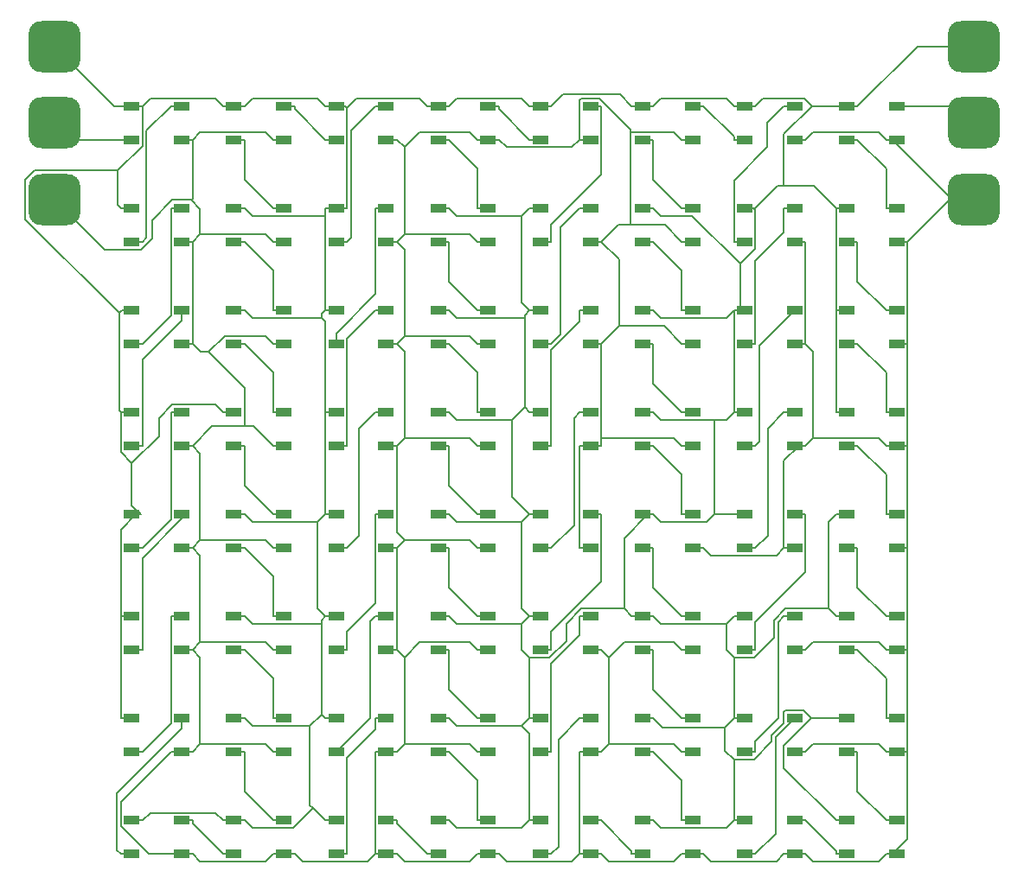
<source format=gtl>
G04 #@! TF.GenerationSoftware,KiCad,Pcbnew,8.0.4*
G04 #@! TF.CreationDate,2024-08-04T14:27:04+02:00*
G04 #@! TF.ProjectId,Neopixel,4e656f70-6978-4656-9c2e-6b696361645f,rev?*
G04 #@! TF.SameCoordinates,Original*
G04 #@! TF.FileFunction,Copper,L1,Top*
G04 #@! TF.FilePolarity,Positive*
%FSLAX46Y46*%
G04 Gerber Fmt 4.6, Leading zero omitted, Abs format (unit mm)*
G04 Created by KiCad (PCBNEW 8.0.4) date 2024-08-04 14:27:04*
%MOMM*%
%LPD*%
G01*
G04 APERTURE LIST*
G04 Aperture macros list*
%AMRoundRect*
0 Rectangle with rounded corners*
0 $1 Rounding radius*
0 $2 $3 $4 $5 $6 $7 $8 $9 X,Y pos of 4 corners*
0 Add a 4 corners polygon primitive as box body*
4,1,4,$2,$3,$4,$5,$6,$7,$8,$9,$2,$3,0*
0 Add four circle primitives for the rounded corners*
1,1,$1+$1,$2,$3*
1,1,$1+$1,$4,$5*
1,1,$1+$1,$6,$7*
1,1,$1+$1,$8,$9*
0 Add four rect primitives between the rounded corners*
20,1,$1+$1,$2,$3,$4,$5,0*
20,1,$1+$1,$4,$5,$6,$7,0*
20,1,$1+$1,$6,$7,$8,$9,0*
20,1,$1+$1,$8,$9,$2,$3,0*%
G04 Aperture macros list end*
G04 #@! TA.AperFunction,SMDPad,CuDef*
%ADD10R,1.500000X0.900000*%
G04 #@! TD*
G04 #@! TA.AperFunction,SMDPad,CuDef*
%ADD11RoundRect,1.250000X-1.285750X-1.250000X1.285750X-1.250000X1.285750X1.250000X-1.285750X1.250000X0*%
G04 #@! TD*
G04 #@! TA.AperFunction,Conductor*
%ADD12C,0.200000*%
G04 #@! TD*
G04 APERTURE END LIST*
D10*
G04 #@! TO.P,D49,1,VDD*
G04 #@! TO.N,+5V*
X87450000Y-26650000D03*
G04 #@! TO.P,D49,2,DOUT*
G04 #@! TO.N,Net-(D49-DOUT)*
X87450000Y-23350000D03*
G04 #@! TO.P,D49,3,VSS*
G04 #@! TO.N,GND*
X82550000Y-23350000D03*
G04 #@! TO.P,D49,4,DIN*
G04 #@! TO.N,Net-(D48-DOUT)*
X82550000Y-26650000D03*
G04 #@! TD*
G04 #@! TO.P,D57,1,VDD*
G04 #@! TO.N,+5V*
X97450000Y-96650000D03*
G04 #@! TO.P,D57,2,DOUT*
G04 #@! TO.N,Net-(D57-DOUT)*
X97450000Y-93350000D03*
G04 #@! TO.P,D57,3,VSS*
G04 #@! TO.N,GND*
X92550000Y-93350000D03*
G04 #@! TO.P,D57,4,DIN*
G04 #@! TO.N,Net-(D56-DOUT)*
X92550000Y-96650000D03*
G04 #@! TD*
G04 #@! TO.P,D23,1,VDD*
G04 #@! TO.N,+5V*
X47450000Y-86650000D03*
G04 #@! TO.P,D23,2,DOUT*
G04 #@! TO.N,Net-(D23-DOUT)*
X47450000Y-83350000D03*
G04 #@! TO.P,D23,3,VSS*
G04 #@! TO.N,GND*
X42550000Y-83350000D03*
G04 #@! TO.P,D23,4,DIN*
G04 #@! TO.N,Net-(D22-DOUT)*
X42550000Y-86650000D03*
G04 #@! TD*
G04 #@! TO.P,D38,1,VDD*
G04 #@! TO.N,+5V*
X67450000Y-76650000D03*
G04 #@! TO.P,D38,2,DOUT*
G04 #@! TO.N,Net-(D38-DOUT)*
X67450000Y-73350000D03*
G04 #@! TO.P,D38,3,VSS*
G04 #@! TO.N,GND*
X62550000Y-73350000D03*
G04 #@! TO.P,D38,4,DIN*
G04 #@! TO.N,Net-(D37-DOUT)*
X62550000Y-76650000D03*
G04 #@! TD*
G04 #@! TO.P,D33,1,VDD*
G04 #@! TO.N,+5V*
X67450000Y-26650000D03*
G04 #@! TO.P,D33,2,DOUT*
G04 #@! TO.N,Net-(D33-DOUT)*
X67450000Y-23350000D03*
G04 #@! TO.P,D33,3,VSS*
G04 #@! TO.N,GND*
X62550000Y-23350000D03*
G04 #@! TO.P,D33,4,DIN*
G04 #@! TO.N,Net-(D32-DOUT)*
X62550000Y-26650000D03*
G04 #@! TD*
G04 #@! TO.P,D19,1,VDD*
G04 #@! TO.N,+5V*
X47450000Y-46650000D03*
G04 #@! TO.P,D19,2,DOUT*
G04 #@! TO.N,Net-(D19-DOUT)*
X47450000Y-43350000D03*
G04 #@! TO.P,D19,3,VSS*
G04 #@! TO.N,GND*
X42550000Y-43350000D03*
G04 #@! TO.P,D19,4,DIN*
G04 #@! TO.N,Net-(D18-DOUT)*
X42550000Y-46650000D03*
G04 #@! TD*
G04 #@! TO.P,D15,1,VDD*
G04 #@! TO.N,+5V*
X37450000Y-36650000D03*
G04 #@! TO.P,D15,2,DOUT*
G04 #@! TO.N,Net-(D15-DOUT)*
X37450000Y-33350000D03*
G04 #@! TO.P,D15,3,VSS*
G04 #@! TO.N,GND*
X32550000Y-33350000D03*
G04 #@! TO.P,D15,4,DIN*
G04 #@! TO.N,Net-(D14-DOUT)*
X32550000Y-36650000D03*
G04 #@! TD*
G04 #@! TO.P,D50,1,VDD*
G04 #@! TO.N,+5V*
X87450000Y-36650000D03*
G04 #@! TO.P,D50,2,DOUT*
G04 #@! TO.N,Net-(D50-DOUT)*
X87450000Y-33350000D03*
G04 #@! TO.P,D50,3,VSS*
G04 #@! TO.N,GND*
X82550000Y-33350000D03*
G04 #@! TO.P,D50,4,DIN*
G04 #@! TO.N,Net-(D49-DOUT)*
X82550000Y-36650000D03*
G04 #@! TD*
G04 #@! TO.P,D1,1,VDD*
G04 #@! TO.N,+5V*
X27450000Y-26650000D03*
G04 #@! TO.P,D1,2,DOUT*
G04 #@! TO.N,Net-(D1-DOUT)*
X27450000Y-23350000D03*
G04 #@! TO.P,D1,3,VSS*
G04 #@! TO.N,GND*
X22550000Y-23350000D03*
G04 #@! TO.P,D1,4,DIN*
G04 #@! TO.N,Net-(D1-DIN)*
X22550000Y-26650000D03*
G04 #@! TD*
G04 #@! TO.P,D8,1,VDD*
G04 #@! TO.N,+5V*
X27450000Y-96650000D03*
G04 #@! TO.P,D8,2,DOUT*
G04 #@! TO.N,Net-(D8-DOUT)*
X27450000Y-93350000D03*
G04 #@! TO.P,D8,3,VSS*
G04 #@! TO.N,GND*
X22550000Y-93350000D03*
G04 #@! TO.P,D8,4,DIN*
G04 #@! TO.N,Net-(D7-DOUT)*
X22550000Y-96650000D03*
G04 #@! TD*
G04 #@! TO.P,D47,1,VDD*
G04 #@! TO.N,+5V*
X77450000Y-36650000D03*
G04 #@! TO.P,D47,2,DOUT*
G04 #@! TO.N,Net-(D47-DOUT)*
X77450000Y-33350000D03*
G04 #@! TO.P,D47,3,VSS*
G04 #@! TO.N,GND*
X72550000Y-33350000D03*
G04 #@! TO.P,D47,4,DIN*
G04 #@! TO.N,Net-(D46-DOUT)*
X72550000Y-36650000D03*
G04 #@! TD*
G04 #@! TO.P,D53,1,VDD*
G04 #@! TO.N,+5V*
X87450000Y-66650000D03*
G04 #@! TO.P,D53,2,DOUT*
G04 #@! TO.N,Net-(D53-DOUT)*
X87450000Y-63350000D03*
G04 #@! TO.P,D53,3,VSS*
G04 #@! TO.N,GND*
X82550000Y-63350000D03*
G04 #@! TO.P,D53,4,DIN*
G04 #@! TO.N,Net-(D52-DOUT)*
X82550000Y-66650000D03*
G04 #@! TD*
G04 #@! TO.P,D59,1,VDD*
G04 #@! TO.N,+5V*
X97450000Y-76650000D03*
G04 #@! TO.P,D59,2,DOUT*
G04 #@! TO.N,Net-(D59-DOUT)*
X97450000Y-73350000D03*
G04 #@! TO.P,D59,3,VSS*
G04 #@! TO.N,GND*
X92550000Y-73350000D03*
G04 #@! TO.P,D59,4,DIN*
G04 #@! TO.N,Net-(D58-DOUT)*
X92550000Y-76650000D03*
G04 #@! TD*
G04 #@! TO.P,D12,1,VDD*
G04 #@! TO.N,+5V*
X37450000Y-66650000D03*
G04 #@! TO.P,D12,2,DOUT*
G04 #@! TO.N,Net-(D12-DOUT)*
X37450000Y-63350000D03*
G04 #@! TO.P,D12,3,VSS*
G04 #@! TO.N,GND*
X32550000Y-63350000D03*
G04 #@! TO.P,D12,4,DIN*
G04 #@! TO.N,Net-(D11-DOUT)*
X32550000Y-66650000D03*
G04 #@! TD*
G04 #@! TO.P,D9,1,VDD*
G04 #@! TO.N,+5V*
X37450000Y-96650000D03*
G04 #@! TO.P,D9,2,DOUT*
G04 #@! TO.N,Net-(D10-DIN)*
X37450000Y-93350000D03*
G04 #@! TO.P,D9,3,VSS*
G04 #@! TO.N,GND*
X32550000Y-93350000D03*
G04 #@! TO.P,D9,4,DIN*
G04 #@! TO.N,Net-(D8-DOUT)*
X32550000Y-96650000D03*
G04 #@! TD*
G04 #@! TO.P,D30,1,VDD*
G04 #@! TO.N,+5V*
X57450000Y-46650000D03*
G04 #@! TO.P,D30,2,DOUT*
G04 #@! TO.N,Net-(D30-DOUT)*
X57450000Y-43350000D03*
G04 #@! TO.P,D30,3,VSS*
G04 #@! TO.N,GND*
X52550000Y-43350000D03*
G04 #@! TO.P,D30,4,DIN*
G04 #@! TO.N,Net-(D29-DOUT)*
X52550000Y-46650000D03*
G04 #@! TD*
G04 #@! TO.P,D34,1,VDD*
G04 #@! TO.N,+5V*
X67450000Y-36650000D03*
G04 #@! TO.P,D34,2,DOUT*
G04 #@! TO.N,Net-(D34-DOUT)*
X67450000Y-33350000D03*
G04 #@! TO.P,D34,3,VSS*
G04 #@! TO.N,GND*
X62550000Y-33350000D03*
G04 #@! TO.P,D34,4,DIN*
G04 #@! TO.N,Net-(D33-DOUT)*
X62550000Y-36650000D03*
G04 #@! TD*
D11*
G04 #@! TO.P,5V,1,1*
G04 #@! TO.N,+5V*
X15000050Y-32500000D03*
G04 #@! TD*
D10*
G04 #@! TO.P,D42,1,VDD*
G04 #@! TO.N,+5V*
X77450000Y-86650000D03*
G04 #@! TO.P,D42,2,DOUT*
G04 #@! TO.N,Net-(D42-DOUT)*
X77450000Y-83350000D03*
G04 #@! TO.P,D42,3,VSS*
G04 #@! TO.N,GND*
X72550000Y-83350000D03*
G04 #@! TO.P,D42,4,DIN*
G04 #@! TO.N,Net-(D41-DOUT)*
X72550000Y-86650000D03*
G04 #@! TD*
G04 #@! TO.P,D14,1,VDD*
G04 #@! TO.N,+5V*
X37450000Y-46650000D03*
G04 #@! TO.P,D14,2,DOUT*
G04 #@! TO.N,Net-(D14-DOUT)*
X37450000Y-43350000D03*
G04 #@! TO.P,D14,3,VSS*
G04 #@! TO.N,GND*
X32550000Y-43350000D03*
G04 #@! TO.P,D14,4,DIN*
G04 #@! TO.N,Net-(D13-DOUT)*
X32550000Y-46650000D03*
G04 #@! TD*
G04 #@! TO.P,D26,1,VDD*
G04 #@! TO.N,+5V*
X57450000Y-86650000D03*
G04 #@! TO.P,D26,2,DOUT*
G04 #@! TO.N,Net-(D26-DOUT)*
X57450000Y-83350000D03*
G04 #@! TO.P,D26,3,VSS*
G04 #@! TO.N,GND*
X52550000Y-83350000D03*
G04 #@! TO.P,D26,4,DIN*
G04 #@! TO.N,Net-(D25-DOUT)*
X52550000Y-86650000D03*
G04 #@! TD*
G04 #@! TO.P,D56,1,VDD*
G04 #@! TO.N,+5V*
X87450000Y-96650000D03*
G04 #@! TO.P,D56,2,DOUT*
G04 #@! TO.N,Net-(D56-DOUT)*
X87450000Y-93350000D03*
G04 #@! TO.P,D56,3,VSS*
G04 #@! TO.N,GND*
X82550000Y-93350000D03*
G04 #@! TO.P,D56,4,DIN*
G04 #@! TO.N,Net-(D55-DOUT)*
X82550000Y-96650000D03*
G04 #@! TD*
G04 #@! TO.P,D3,1,VDD*
G04 #@! TO.N,+5V*
X27450000Y-46650000D03*
G04 #@! TO.P,D3,2,DOUT*
G04 #@! TO.N,Net-(D3-DOUT)*
X27450000Y-43350000D03*
G04 #@! TO.P,D3,3,VSS*
G04 #@! TO.N,GND*
X22550000Y-43350000D03*
G04 #@! TO.P,D3,4,DIN*
G04 #@! TO.N,Net-(D2-DOUT)*
X22550000Y-46650000D03*
G04 #@! TD*
G04 #@! TO.P,D52,1,VDD*
G04 #@! TO.N,+5V*
X87450000Y-56650000D03*
G04 #@! TO.P,D52,2,DOUT*
G04 #@! TO.N,Net-(D52-DOUT)*
X87450000Y-53350000D03*
G04 #@! TO.P,D52,3,VSS*
G04 #@! TO.N,GND*
X82550000Y-53350000D03*
G04 #@! TO.P,D52,4,DIN*
G04 #@! TO.N,Net-(D51-DOUT)*
X82550000Y-56650000D03*
G04 #@! TD*
G04 #@! TO.P,D36,1,VDD*
G04 #@! TO.N,+5V*
X67450000Y-56650000D03*
G04 #@! TO.P,D36,2,DOUT*
G04 #@! TO.N,Net-(D36-DOUT)*
X67450000Y-53350000D03*
G04 #@! TO.P,D36,3,VSS*
G04 #@! TO.N,GND*
X62550000Y-53350000D03*
G04 #@! TO.P,D36,4,DIN*
G04 #@! TO.N,Net-(D35-DOUT)*
X62550000Y-56650000D03*
G04 #@! TD*
G04 #@! TO.P,D11,1,VDD*
G04 #@! TO.N,+5V*
X37450000Y-76650000D03*
G04 #@! TO.P,D11,2,DOUT*
G04 #@! TO.N,Net-(D11-DOUT)*
X37450000Y-73350000D03*
G04 #@! TO.P,D11,3,VSS*
G04 #@! TO.N,GND*
X32550000Y-73350000D03*
G04 #@! TO.P,D11,4,DIN*
G04 #@! TO.N,Net-(D10-DOUT)*
X32550000Y-76650000D03*
G04 #@! TD*
G04 #@! TO.P,D27,1,VDD*
G04 #@! TO.N,+5V*
X57450000Y-76650000D03*
G04 #@! TO.P,D27,2,DOUT*
G04 #@! TO.N,Net-(D27-DOUT)*
X57450000Y-73350000D03*
G04 #@! TO.P,D27,3,VSS*
G04 #@! TO.N,GND*
X52550000Y-73350000D03*
G04 #@! TO.P,D27,4,DIN*
G04 #@! TO.N,Net-(D26-DOUT)*
X52550000Y-76650000D03*
G04 #@! TD*
G04 #@! TO.P,D5,1,VDD*
G04 #@! TO.N,+5V*
X27450000Y-66650000D03*
G04 #@! TO.P,D5,2,DOUT*
G04 #@! TO.N,Net-(D5-DOUT)*
X27450000Y-63350000D03*
G04 #@! TO.P,D5,3,VSS*
G04 #@! TO.N,GND*
X22550000Y-63350000D03*
G04 #@! TO.P,D5,4,DIN*
G04 #@! TO.N,Net-(D4-DOUT)*
X22550000Y-66650000D03*
G04 #@! TD*
G04 #@! TO.P,D32,1,VDD*
G04 #@! TO.N,+5V*
X57450000Y-26650000D03*
G04 #@! TO.P,D32,2,DOUT*
G04 #@! TO.N,Net-(D32-DOUT)*
X57450000Y-23350000D03*
G04 #@! TO.P,D32,3,VSS*
G04 #@! TO.N,GND*
X52550000Y-23350000D03*
G04 #@! TO.P,D32,4,DIN*
G04 #@! TO.N,Net-(D31-DOUT)*
X52550000Y-26650000D03*
G04 #@! TD*
G04 #@! TO.P,D64,1,VDD*
G04 #@! TO.N,+5V*
X97450000Y-26650000D03*
G04 #@! TO.P,D64,2,DOUT*
G04 #@! TO.N,Net-(D64-DOUT)*
X97450000Y-23350000D03*
G04 #@! TO.P,D64,3,VSS*
G04 #@! TO.N,GND*
X92550000Y-23350000D03*
G04 #@! TO.P,D64,4,DIN*
G04 #@! TO.N,Net-(D63-DOUT)*
X92550000Y-26650000D03*
G04 #@! TD*
D11*
G04 #@! TO.P,5V,1,1*
G04 #@! TO.N,+5V*
X105000050Y-32500000D03*
G04 #@! TD*
D10*
G04 #@! TO.P,D45,1,VDD*
G04 #@! TO.N,+5V*
X77450000Y-56650000D03*
G04 #@! TO.P,D45,2,DOUT*
G04 #@! TO.N,Net-(D45-DOUT)*
X77450000Y-53350000D03*
G04 #@! TO.P,D45,3,VSS*
G04 #@! TO.N,GND*
X72550000Y-53350000D03*
G04 #@! TO.P,D45,4,DIN*
G04 #@! TO.N,Net-(D44-DOUT)*
X72550000Y-56650000D03*
G04 #@! TD*
G04 #@! TO.P,D18,1,VDD*
G04 #@! TO.N,+5V*
X47450000Y-36650000D03*
G04 #@! TO.P,D18,2,DOUT*
G04 #@! TO.N,Net-(D18-DOUT)*
X47450000Y-33350000D03*
G04 #@! TO.P,D18,3,VSS*
G04 #@! TO.N,GND*
X42550000Y-33350000D03*
G04 #@! TO.P,D18,4,DIN*
G04 #@! TO.N,Net-(D17-DOUT)*
X42550000Y-36650000D03*
G04 #@! TD*
G04 #@! TO.P,D62,1,VDD*
G04 #@! TO.N,+5V*
X97450000Y-46650000D03*
G04 #@! TO.P,D62,2,DOUT*
G04 #@! TO.N,Net-(D62-DOUT)*
X97450000Y-43350000D03*
G04 #@! TO.P,D62,3,VSS*
G04 #@! TO.N,GND*
X92550000Y-43350000D03*
G04 #@! TO.P,D62,4,DIN*
G04 #@! TO.N,Net-(D61-DOUT)*
X92550000Y-46650000D03*
G04 #@! TD*
G04 #@! TO.P,D13,1,VDD*
G04 #@! TO.N,+5V*
X37450000Y-56650000D03*
G04 #@! TO.P,D13,2,DOUT*
G04 #@! TO.N,Net-(D13-DOUT)*
X37450000Y-53350000D03*
G04 #@! TO.P,D13,3,VSS*
G04 #@! TO.N,GND*
X32550000Y-53350000D03*
G04 #@! TO.P,D13,4,DIN*
G04 #@! TO.N,Net-(D12-DOUT)*
X32550000Y-56650000D03*
G04 #@! TD*
G04 #@! TO.P,D37,1,VDD*
G04 #@! TO.N,+5V*
X67450000Y-66650000D03*
G04 #@! TO.P,D37,2,DOUT*
G04 #@! TO.N,Net-(D37-DOUT)*
X67450000Y-63350000D03*
G04 #@! TO.P,D37,3,VSS*
G04 #@! TO.N,GND*
X62550000Y-63350000D03*
G04 #@! TO.P,D37,4,DIN*
G04 #@! TO.N,Net-(D36-DOUT)*
X62550000Y-66650000D03*
G04 #@! TD*
G04 #@! TO.P,D22,1,VDD*
G04 #@! TO.N,+5V*
X47450000Y-76650000D03*
G04 #@! TO.P,D22,2,DOUT*
G04 #@! TO.N,Net-(D22-DOUT)*
X47450000Y-73350000D03*
G04 #@! TO.P,D22,3,VSS*
G04 #@! TO.N,GND*
X42550000Y-73350000D03*
G04 #@! TO.P,D22,4,DIN*
G04 #@! TO.N,Net-(D21-DOUT)*
X42550000Y-76650000D03*
G04 #@! TD*
D11*
G04 #@! TO.P,Dout,1,1*
G04 #@! TO.N,Net-(D64-DOUT)*
X105000000Y-25000000D03*
G04 #@! TD*
D10*
G04 #@! TO.P,D43,1,VDD*
G04 #@! TO.N,+5V*
X77450000Y-76650000D03*
G04 #@! TO.P,D43,2,DOUT*
G04 #@! TO.N,Net-(D43-DOUT)*
X77450000Y-73350000D03*
G04 #@! TO.P,D43,3,VSS*
G04 #@! TO.N,GND*
X72550000Y-73350000D03*
G04 #@! TO.P,D43,4,DIN*
G04 #@! TO.N,Net-(D42-DOUT)*
X72550000Y-76650000D03*
G04 #@! TD*
G04 #@! TO.P,D28,1,VDD*
G04 #@! TO.N,+5V*
X57450000Y-66650000D03*
G04 #@! TO.P,D28,2,DOUT*
G04 #@! TO.N,Net-(D28-DOUT)*
X57450000Y-63350000D03*
G04 #@! TO.P,D28,3,VSS*
G04 #@! TO.N,GND*
X52550000Y-63350000D03*
G04 #@! TO.P,D28,4,DIN*
G04 #@! TO.N,Net-(D27-DOUT)*
X52550000Y-66650000D03*
G04 #@! TD*
G04 #@! TO.P,D29,1,VDD*
G04 #@! TO.N,+5V*
X57450000Y-56650000D03*
G04 #@! TO.P,D29,2,DOUT*
G04 #@! TO.N,Net-(D29-DOUT)*
X57450000Y-53350000D03*
G04 #@! TO.P,D29,3,VSS*
G04 #@! TO.N,GND*
X52550000Y-53350000D03*
G04 #@! TO.P,D29,4,DIN*
G04 #@! TO.N,Net-(D28-DOUT)*
X52550000Y-56650000D03*
G04 #@! TD*
G04 #@! TO.P,D54,1,VDD*
G04 #@! TO.N,+5V*
X87450000Y-76650000D03*
G04 #@! TO.P,D54,2,DOUT*
G04 #@! TO.N,Net-(D54-DOUT)*
X87450000Y-73350000D03*
G04 #@! TO.P,D54,3,VSS*
G04 #@! TO.N,GND*
X82550000Y-73350000D03*
G04 #@! TO.P,D54,4,DIN*
G04 #@! TO.N,Net-(D53-DOUT)*
X82550000Y-76650000D03*
G04 #@! TD*
G04 #@! TO.P,D41,1,VDD*
G04 #@! TO.N,+5V*
X77450000Y-96650000D03*
G04 #@! TO.P,D41,2,DOUT*
G04 #@! TO.N,Net-(D41-DOUT)*
X77450000Y-93350000D03*
G04 #@! TO.P,D41,3,VSS*
G04 #@! TO.N,GND*
X72550000Y-93350000D03*
G04 #@! TO.P,D41,4,DIN*
G04 #@! TO.N,Net-(D40-DOUT)*
X72550000Y-96650000D03*
G04 #@! TD*
G04 #@! TO.P,D6,1,VDD*
G04 #@! TO.N,+5V*
X27450000Y-76650000D03*
G04 #@! TO.P,D6,2,DOUT*
G04 #@! TO.N,Net-(D6-DOUT)*
X27450000Y-73350000D03*
G04 #@! TO.P,D6,3,VSS*
G04 #@! TO.N,GND*
X22550000Y-73350000D03*
G04 #@! TO.P,D6,4,DIN*
G04 #@! TO.N,Net-(D5-DOUT)*
X22550000Y-76650000D03*
G04 #@! TD*
G04 #@! TO.P,D35,1,VDD*
G04 #@! TO.N,+5V*
X67450000Y-46650000D03*
G04 #@! TO.P,D35,2,DOUT*
G04 #@! TO.N,Net-(D35-DOUT)*
X67450000Y-43350000D03*
G04 #@! TO.P,D35,3,VSS*
G04 #@! TO.N,GND*
X62550000Y-43350000D03*
G04 #@! TO.P,D35,4,DIN*
G04 #@! TO.N,Net-(D34-DOUT)*
X62550000Y-46650000D03*
G04 #@! TD*
G04 #@! TO.P,D40,1,VDD*
G04 #@! TO.N,+5V*
X67450000Y-96650000D03*
G04 #@! TO.P,D40,2,DOUT*
G04 #@! TO.N,Net-(D40-DOUT)*
X67450000Y-93350000D03*
G04 #@! TO.P,D40,3,VSS*
G04 #@! TO.N,GND*
X62550000Y-93350000D03*
G04 #@! TO.P,D40,4,DIN*
G04 #@! TO.N,Net-(D39-DOUT)*
X62550000Y-96650000D03*
G04 #@! TD*
D11*
G04 #@! TO.P,TP3,1,1*
G04 #@! TO.N,GND*
X105000050Y-17500000D03*
G04 #@! TD*
G04 #@! TO.P,GND,1,1*
G04 #@! TO.N,GND*
X15000050Y-17500000D03*
G04 #@! TD*
D10*
G04 #@! TO.P,D58,1,VDD*
G04 #@! TO.N,+5V*
X97450000Y-86650000D03*
G04 #@! TO.P,D58,2,DOUT*
G04 #@! TO.N,Net-(D58-DOUT)*
X97450000Y-83350000D03*
G04 #@! TO.P,D58,3,VSS*
G04 #@! TO.N,GND*
X92550000Y-83350000D03*
G04 #@! TO.P,D58,4,DIN*
G04 #@! TO.N,Net-(D57-DOUT)*
X92550000Y-86650000D03*
G04 #@! TD*
G04 #@! TO.P,D61,1,VDD*
G04 #@! TO.N,+5V*
X97450000Y-56650000D03*
G04 #@! TO.P,D61,2,DOUT*
G04 #@! TO.N,Net-(D61-DOUT)*
X97450000Y-53350000D03*
G04 #@! TO.P,D61,3,VSS*
G04 #@! TO.N,GND*
X92550000Y-53350000D03*
G04 #@! TO.P,D61,4,DIN*
G04 #@! TO.N,Net-(D60-DOUT)*
X92550000Y-56650000D03*
G04 #@! TD*
G04 #@! TO.P,D31,1,VDD*
G04 #@! TO.N,+5V*
X57450000Y-36650000D03*
G04 #@! TO.P,D31,2,DOUT*
G04 #@! TO.N,Net-(D31-DOUT)*
X57450000Y-33350000D03*
G04 #@! TO.P,D31,3,VSS*
G04 #@! TO.N,GND*
X52550000Y-33350000D03*
G04 #@! TO.P,D31,4,DIN*
G04 #@! TO.N,Net-(D30-DOUT)*
X52550000Y-36650000D03*
G04 #@! TD*
G04 #@! TO.P,D39,1,VDD*
G04 #@! TO.N,+5V*
X67450000Y-86650000D03*
G04 #@! TO.P,D39,2,DOUT*
G04 #@! TO.N,Net-(D39-DOUT)*
X67450000Y-83350000D03*
G04 #@! TO.P,D39,3,VSS*
G04 #@! TO.N,GND*
X62550000Y-83350000D03*
G04 #@! TO.P,D39,4,DIN*
G04 #@! TO.N,Net-(D38-DOUT)*
X62550000Y-86650000D03*
G04 #@! TD*
D11*
G04 #@! TO.P,Din,1,1*
G04 #@! TO.N,Net-(D1-DIN)*
X15000050Y-25000000D03*
G04 #@! TD*
D10*
G04 #@! TO.P,D16,1,VDD*
G04 #@! TO.N,+5V*
X37450000Y-26650000D03*
G04 #@! TO.P,D16,2,DOUT*
G04 #@! TO.N,Net-(D16-DOUT)*
X37450000Y-23350000D03*
G04 #@! TO.P,D16,3,VSS*
G04 #@! TO.N,GND*
X32550000Y-23350000D03*
G04 #@! TO.P,D16,4,DIN*
G04 #@! TO.N,Net-(D15-DOUT)*
X32550000Y-26650000D03*
G04 #@! TD*
G04 #@! TO.P,D44,1,VDD*
G04 #@! TO.N,+5V*
X77450000Y-66650000D03*
G04 #@! TO.P,D44,2,DOUT*
G04 #@! TO.N,Net-(D44-DOUT)*
X77450000Y-63350000D03*
G04 #@! TO.P,D44,3,VSS*
G04 #@! TO.N,GND*
X72550000Y-63350000D03*
G04 #@! TO.P,D44,4,DIN*
G04 #@! TO.N,Net-(D43-DOUT)*
X72550000Y-66650000D03*
G04 #@! TD*
G04 #@! TO.P,D24,1,VDD*
G04 #@! TO.N,+5V*
X47450000Y-96650000D03*
G04 #@! TO.P,D24,2,DOUT*
G04 #@! TO.N,Net-(D24-DOUT)*
X47450000Y-93350000D03*
G04 #@! TO.P,D24,3,VSS*
G04 #@! TO.N,GND*
X42550000Y-93350000D03*
G04 #@! TO.P,D24,4,DIN*
G04 #@! TO.N,Net-(D23-DOUT)*
X42550000Y-96650000D03*
G04 #@! TD*
G04 #@! TO.P,D2,1,VDD*
G04 #@! TO.N,+5V*
X27450000Y-36650000D03*
G04 #@! TO.P,D2,2,DOUT*
G04 #@! TO.N,Net-(D2-DOUT)*
X27450000Y-33350000D03*
G04 #@! TO.P,D2,3,VSS*
G04 #@! TO.N,GND*
X22550000Y-33350000D03*
G04 #@! TO.P,D2,4,DIN*
G04 #@! TO.N,Net-(D1-DOUT)*
X22550000Y-36650000D03*
G04 #@! TD*
G04 #@! TO.P,D4,1,VDD*
G04 #@! TO.N,+5V*
X27450000Y-56650000D03*
G04 #@! TO.P,D4,2,DOUT*
G04 #@! TO.N,Net-(D4-DOUT)*
X27450000Y-53350000D03*
G04 #@! TO.P,D4,3,VSS*
G04 #@! TO.N,GND*
X22550000Y-53350000D03*
G04 #@! TO.P,D4,4,DIN*
G04 #@! TO.N,Net-(D3-DOUT)*
X22550000Y-56650000D03*
G04 #@! TD*
G04 #@! TO.P,D51,1,VDD*
G04 #@! TO.N,+5V*
X87450000Y-46650000D03*
G04 #@! TO.P,D51,2,DOUT*
G04 #@! TO.N,Net-(D51-DOUT)*
X87450000Y-43350000D03*
G04 #@! TO.P,D51,3,VSS*
G04 #@! TO.N,GND*
X82550000Y-43350000D03*
G04 #@! TO.P,D51,4,DIN*
G04 #@! TO.N,Net-(D50-DOUT)*
X82550000Y-46650000D03*
G04 #@! TD*
G04 #@! TO.P,D60,1,VDD*
G04 #@! TO.N,+5V*
X97450000Y-66650000D03*
G04 #@! TO.P,D60,2,DOUT*
G04 #@! TO.N,Net-(D60-DOUT)*
X97450000Y-63350000D03*
G04 #@! TO.P,D60,3,VSS*
G04 #@! TO.N,GND*
X92550000Y-63350000D03*
G04 #@! TO.P,D60,4,DIN*
G04 #@! TO.N,Net-(D59-DOUT)*
X92550000Y-66650000D03*
G04 #@! TD*
G04 #@! TO.P,D17,1,VDD*
G04 #@! TO.N,+5V*
X47450000Y-26650000D03*
G04 #@! TO.P,D17,2,DOUT*
G04 #@! TO.N,Net-(D17-DOUT)*
X47450000Y-23350000D03*
G04 #@! TO.P,D17,3,VSS*
G04 #@! TO.N,GND*
X42550000Y-23350000D03*
G04 #@! TO.P,D17,4,DIN*
G04 #@! TO.N,Net-(D16-DOUT)*
X42550000Y-26650000D03*
G04 #@! TD*
G04 #@! TO.P,D48,1,VDD*
G04 #@! TO.N,+5V*
X77450000Y-26650000D03*
G04 #@! TO.P,D48,2,DOUT*
G04 #@! TO.N,Net-(D48-DOUT)*
X77450000Y-23350000D03*
G04 #@! TO.P,D48,3,VSS*
G04 #@! TO.N,GND*
X72550000Y-23350000D03*
G04 #@! TO.P,D48,4,DIN*
G04 #@! TO.N,Net-(D47-DOUT)*
X72550000Y-26650000D03*
G04 #@! TD*
G04 #@! TO.P,D46,1,VDD*
G04 #@! TO.N,+5V*
X77450000Y-46650000D03*
G04 #@! TO.P,D46,2,DOUT*
G04 #@! TO.N,Net-(D46-DOUT)*
X77450000Y-43350000D03*
G04 #@! TO.P,D46,3,VSS*
G04 #@! TO.N,GND*
X72550000Y-43350000D03*
G04 #@! TO.P,D46,4,DIN*
G04 #@! TO.N,Net-(D45-DOUT)*
X72550000Y-46650000D03*
G04 #@! TD*
G04 #@! TO.P,D63,1,VDD*
G04 #@! TO.N,+5V*
X97450000Y-36650000D03*
G04 #@! TO.P,D63,2,DOUT*
G04 #@! TO.N,Net-(D63-DOUT)*
X97450000Y-33350000D03*
G04 #@! TO.P,D63,3,VSS*
G04 #@! TO.N,GND*
X92550000Y-33350000D03*
G04 #@! TO.P,D63,4,DIN*
G04 #@! TO.N,Net-(D62-DOUT)*
X92550000Y-36650000D03*
G04 #@! TD*
G04 #@! TO.P,D7,1,VDD*
G04 #@! TO.N,+5V*
X27450000Y-86650000D03*
G04 #@! TO.P,D7,2,DOUT*
G04 #@! TO.N,Net-(D7-DOUT)*
X27450000Y-83350000D03*
G04 #@! TO.P,D7,3,VSS*
G04 #@! TO.N,GND*
X22550000Y-83350000D03*
G04 #@! TO.P,D7,4,DIN*
G04 #@! TO.N,Net-(D6-DOUT)*
X22550000Y-86650000D03*
G04 #@! TD*
G04 #@! TO.P,D21,1,VDD*
G04 #@! TO.N,+5V*
X47450000Y-66650000D03*
G04 #@! TO.P,D21,2,DOUT*
G04 #@! TO.N,Net-(D21-DOUT)*
X47450000Y-63350000D03*
G04 #@! TO.P,D21,3,VSS*
G04 #@! TO.N,GND*
X42550000Y-63350000D03*
G04 #@! TO.P,D21,4,DIN*
G04 #@! TO.N,Net-(D20-DOUT)*
X42550000Y-66650000D03*
G04 #@! TD*
G04 #@! TO.P,D55,1,VDD*
G04 #@! TO.N,+5V*
X87450000Y-86650000D03*
G04 #@! TO.P,D55,2,DOUT*
G04 #@! TO.N,Net-(D55-DOUT)*
X87450000Y-83350000D03*
G04 #@! TO.P,D55,3,VSS*
G04 #@! TO.N,GND*
X82550000Y-83350000D03*
G04 #@! TO.P,D55,4,DIN*
G04 #@! TO.N,Net-(D54-DOUT)*
X82550000Y-86650000D03*
G04 #@! TD*
G04 #@! TO.P,D10,1,VDD*
G04 #@! TO.N,+5V*
X37450000Y-86650000D03*
G04 #@! TO.P,D10,2,DOUT*
G04 #@! TO.N,Net-(D10-DOUT)*
X37450000Y-83350000D03*
G04 #@! TO.P,D10,3,VSS*
G04 #@! TO.N,GND*
X32550000Y-83350000D03*
G04 #@! TO.P,D10,4,DIN*
G04 #@! TO.N,Net-(D10-DIN)*
X32550000Y-86650000D03*
G04 #@! TD*
G04 #@! TO.P,D25,1,VDD*
G04 #@! TO.N,+5V*
X57450000Y-96650000D03*
G04 #@! TO.P,D25,2,DOUT*
G04 #@! TO.N,Net-(D25-DOUT)*
X57450000Y-93350000D03*
G04 #@! TO.P,D25,3,VSS*
G04 #@! TO.N,GND*
X52550000Y-93350000D03*
G04 #@! TO.P,D25,4,DIN*
G04 #@! TO.N,Net-(D24-DOUT)*
X52550000Y-96650000D03*
G04 #@! TD*
G04 #@! TO.P,D20,1,VDD*
G04 #@! TO.N,+5V*
X47450000Y-56650000D03*
G04 #@! TO.P,D20,2,DOUT*
G04 #@! TO.N,Net-(D20-DOUT)*
X47450000Y-53350000D03*
G04 #@! TO.P,D20,3,VSS*
G04 #@! TO.N,GND*
X42550000Y-53350000D03*
G04 #@! TO.P,D20,4,DIN*
G04 #@! TO.N,Net-(D19-DOUT)*
X42550000Y-56650000D03*
G04 #@! TD*
D12*
G04 #@! TO.N,+5V*
X87450000Y-96650000D02*
X86398300Y-96650000D01*
X27450000Y-96650000D02*
X28501700Y-96650000D01*
X69253400Y-77403200D02*
X70758300Y-75898300D01*
X58501700Y-96650000D02*
X59269600Y-97417900D01*
X88501700Y-86650000D02*
X89253400Y-85898300D01*
X87450000Y-86650000D02*
X88501700Y-86650000D01*
X97024200Y-26650000D02*
X102650600Y-32276400D01*
X77450000Y-66650000D02*
X78501700Y-66650000D01*
X68500200Y-76650000D02*
X69253400Y-77403200D01*
X98501700Y-36650700D02*
X98501700Y-46650000D01*
X37450000Y-56650000D02*
X36398300Y-56650000D01*
X98501700Y-66650000D02*
X98501700Y-56650000D01*
X95646600Y-25898300D02*
X89253400Y-25898300D01*
X87450000Y-46650000D02*
X88501700Y-46650000D01*
X87450000Y-26650000D02*
X88501700Y-26650000D01*
X95646600Y-97401700D02*
X96398300Y-96650000D01*
X98500600Y-36650000D02*
X98501000Y-36650000D01*
X68339000Y-22598300D02*
X71384900Y-25644200D01*
X77450000Y-86650000D02*
X76398300Y-86650000D01*
X95646600Y-85898300D02*
X96398300Y-86650000D01*
X89253400Y-25898300D02*
X88501700Y-26650000D01*
X48501700Y-65146600D02*
X49253400Y-65898300D01*
X69253400Y-97401700D02*
X68501700Y-96650000D01*
X49253400Y-35898300D02*
X48501700Y-36650000D01*
X48501700Y-46650000D02*
X49252700Y-47401000D01*
X66398300Y-22775000D02*
X66575000Y-22598300D01*
X49253400Y-45898300D02*
X55646600Y-45898300D01*
X33607300Y-50949300D02*
X30100100Y-47442100D01*
X68501700Y-36650000D02*
X70151700Y-35000000D01*
X28400900Y-76650000D02*
X28500200Y-76650000D01*
X55646600Y-35898300D02*
X49253400Y-35898300D01*
X66398300Y-26650000D02*
X65646600Y-27401700D01*
X98400900Y-86650000D02*
X98500200Y-86650000D01*
X33607300Y-54724100D02*
X34472400Y-54724100D01*
X47450000Y-96650000D02*
X48501700Y-96650000D01*
X48501700Y-46650000D02*
X49253400Y-45898300D01*
X30100100Y-47442100D02*
X31643900Y-45898300D01*
X55646600Y-55898300D02*
X56398300Y-56650000D01*
X29253400Y-65898300D02*
X28501700Y-66650000D01*
X70252800Y-44898900D02*
X68501700Y-46650000D01*
X35646600Y-75898300D02*
X36398300Y-76650000D01*
X59253400Y-27401700D02*
X58501700Y-26650000D01*
X67450000Y-86650000D02*
X66398300Y-86650000D01*
X28378500Y-32547800D02*
X29255100Y-33424400D01*
X98501700Y-86648500D02*
X98501700Y-76650000D01*
X89253400Y-55898300D02*
X88501700Y-56650000D01*
X70151700Y-35000000D02*
X71384900Y-35000000D01*
X97450000Y-46650000D02*
X98501700Y-46650000D01*
X31643900Y-45898300D02*
X35646600Y-45898300D01*
X27450000Y-76650000D02*
X28400900Y-76650000D01*
X23469200Y-37430000D02*
X24561600Y-36337600D01*
X55646600Y-97401700D02*
X49253400Y-97401700D01*
X47450000Y-96650000D02*
X46498300Y-96650000D01*
X49253400Y-37401700D02*
X48501700Y-36650000D01*
X29253400Y-85898300D02*
X29253400Y-77401700D01*
X67450000Y-96650000D02*
X66398300Y-96650000D01*
X30427600Y-54724100D02*
X33607300Y-54724100D01*
X77450000Y-96650000D02*
X78501700Y-96650000D01*
X37450000Y-96650000D02*
X38501700Y-96650000D01*
X47450000Y-76650000D02*
X48501700Y-76650000D01*
X50756800Y-25898300D02*
X49253400Y-27401700D01*
X49253400Y-65898300D02*
X55646600Y-65898300D01*
X46398300Y-96649800D02*
X45646400Y-97401700D01*
X28500200Y-76650000D02*
X28501700Y-76650000D01*
X88501700Y-36650000D02*
X88501700Y-46650000D01*
X47450000Y-26650000D02*
X48501700Y-26650000D01*
X27450000Y-66650000D02*
X28501700Y-66650000D01*
X56924200Y-76650000D02*
X56398300Y-76650000D01*
X27450000Y-36650000D02*
X28400900Y-36650000D01*
X28501700Y-66650000D02*
X29251900Y-67400200D01*
X89253400Y-85898300D02*
X95646600Y-85898300D01*
X69253400Y-85898300D02*
X75646600Y-85898300D01*
X28501700Y-46648500D02*
X28500200Y-46650000D01*
X75646600Y-75898300D02*
X76398300Y-76650000D01*
X29253400Y-97401700D02*
X35646600Y-97401700D01*
X19930100Y-37430000D02*
X23469200Y-37430000D01*
X75646600Y-25898300D02*
X76398300Y-26650000D01*
X29253400Y-65898300D02*
X29253400Y-57401700D01*
X37450000Y-76650000D02*
X36398300Y-76650000D01*
X45646400Y-97401700D02*
X39253400Y-97401700D01*
X37450000Y-86650000D02*
X36398300Y-86650000D01*
X97024200Y-26650000D02*
X96398300Y-26650000D01*
X96398300Y-26650000D02*
X95646600Y-25898300D01*
X27450000Y-86650000D02*
X26398300Y-86650000D01*
X30100100Y-47442100D02*
X29292300Y-47442100D01*
X57450000Y-46650000D02*
X56398300Y-46650000D01*
X49252700Y-55898300D02*
X55646600Y-55898300D01*
X29251900Y-67400200D02*
X29251900Y-75898300D01*
X71384900Y-25898300D02*
X71384900Y-35000000D01*
X67450000Y-56650000D02*
X68501700Y-56650000D01*
X57975900Y-96650000D02*
X58501700Y-96650000D01*
X56398300Y-36650000D02*
X55646600Y-35898300D01*
X74748300Y-35000000D02*
X76398300Y-36650000D01*
X95646600Y-55898300D02*
X96398300Y-56650000D01*
X29251900Y-75898300D02*
X35646600Y-75898300D01*
X76398300Y-46650000D02*
X74647200Y-44898900D01*
X29253400Y-77401700D02*
X28501700Y-76650000D01*
X76924200Y-96650000D02*
X77450000Y-96650000D01*
X75646600Y-85898300D02*
X76398300Y-86650000D01*
X68501700Y-46650000D02*
X68501700Y-55876600D01*
X68501700Y-55876600D02*
X68501700Y-56650000D01*
X35646600Y-45898300D02*
X36398300Y-46650000D01*
X77450000Y-56650000D02*
X76398300Y-56650000D01*
X97450000Y-86650000D02*
X98400900Y-86650000D01*
X97450000Y-36650000D02*
X98400900Y-36650000D01*
X102650600Y-32276400D02*
X102650600Y-32500000D01*
X21498300Y-91550000D02*
X21498300Y-93949700D01*
X70252800Y-38401100D02*
X68501700Y-36650000D01*
X55646600Y-85898300D02*
X49253400Y-85898300D01*
X27450000Y-46650000D02*
X28500200Y-46650000D01*
X97450000Y-76650000D02*
X98501700Y-76650000D01*
X49253400Y-77401700D02*
X50756800Y-75898300D01*
X47450000Y-86650000D02*
X48501700Y-86650000D01*
X56398300Y-96650000D02*
X55646600Y-97401700D01*
X98501000Y-36650000D02*
X98501700Y-36650700D01*
X98501700Y-56648500D02*
X98501700Y-46650000D01*
X65630400Y-97417900D02*
X66398300Y-96650000D01*
X48501000Y-56650000D02*
X49252700Y-55898300D01*
X56398300Y-86650000D02*
X55646600Y-85898300D01*
X36398300Y-66650000D02*
X35646600Y-65898300D01*
X50756800Y-75898300D02*
X55646600Y-75898300D01*
X86398300Y-66650000D02*
X85646600Y-67401700D01*
X56924200Y-76650000D02*
X57450000Y-76650000D01*
X47450000Y-46650000D02*
X48501700Y-46650000D01*
X28500200Y-76650000D02*
X29251900Y-75898300D01*
X49253400Y-45898300D02*
X49253400Y-37401700D01*
X67450000Y-76650000D02*
X68400900Y-76650000D01*
X97450000Y-96650000D02*
X97025000Y-96650000D01*
X46398300Y-96649800D02*
X46398300Y-86650000D01*
X66398300Y-66650000D02*
X66398300Y-56650000D01*
X68501700Y-86650000D02*
X69253400Y-85898300D01*
X35646600Y-65898300D02*
X29253400Y-65898300D01*
X57975900Y-96650000D02*
X57450000Y-96650000D01*
X28500000Y-36650000D02*
X28501700Y-36651700D01*
X76398300Y-96650000D02*
X75646600Y-97401700D01*
X49253400Y-85898300D02*
X49253400Y-77401700D01*
X67450000Y-86650000D02*
X68501700Y-86650000D01*
X98501700Y-76650000D02*
X98501700Y-66650000D01*
X55646600Y-25898300D02*
X50756800Y-25898300D01*
X98500200Y-36650000D02*
X98500600Y-36650000D01*
X28501700Y-96650000D02*
X29253400Y-97401700D01*
X98501700Y-95173300D02*
X98501700Y-86650000D01*
X85646600Y-97401700D02*
X86398300Y-96650000D01*
X33607300Y-54724100D02*
X33607300Y-50949300D01*
X97450000Y-86650000D02*
X96398300Y-86650000D01*
X86398300Y-58126700D02*
X86398300Y-66650000D01*
X67450000Y-36650000D02*
X68501700Y-36650000D01*
X75624900Y-55876600D02*
X76398300Y-56650000D01*
X77450000Y-36650000D02*
X76398300Y-36650000D01*
X36398300Y-26650000D02*
X35646600Y-25898300D01*
X47450000Y-66650000D02*
X48501700Y-66650000D01*
X70252800Y-44898900D02*
X70252800Y-38401100D01*
X69253400Y-77403200D02*
X69253400Y-85898300D01*
X49253400Y-85898300D02*
X48501700Y-86650000D01*
X49253400Y-27401700D02*
X48501700Y-26650000D01*
X37450000Y-36650000D02*
X36398300Y-36650000D01*
X29255100Y-33424400D02*
X29255100Y-35898300D01*
X57450000Y-96650000D02*
X56398300Y-96650000D01*
X87450000Y-56650000D02*
X87875000Y-56650000D01*
X98500200Y-86650000D02*
X98501700Y-86650000D01*
X76924200Y-96650000D02*
X76398300Y-96650000D01*
X28400900Y-36650000D02*
X28500000Y-36650000D01*
X49253400Y-35898300D02*
X49253400Y-27401700D01*
X87450000Y-96650000D02*
X88501700Y-96650000D01*
X29292300Y-47442100D02*
X28500200Y-46650000D01*
X79253400Y-97401700D02*
X85646600Y-97401700D01*
X89253400Y-47401700D02*
X89253400Y-55898300D01*
X47450000Y-56650000D02*
X48400900Y-56650000D01*
X98400900Y-36650000D02*
X98500200Y-36650000D01*
X26398300Y-86650000D02*
X21498300Y-91550000D01*
X87450000Y-66650000D02*
X86398300Y-66650000D01*
X75646600Y-97401700D02*
X69253400Y-97401700D01*
X95646600Y-75898300D02*
X89253400Y-75898300D01*
X37450000Y-26650000D02*
X36398300Y-26650000D01*
X57450000Y-86650000D02*
X56398300Y-86650000D01*
X77450000Y-76650000D02*
X76398300Y-76650000D01*
X57975900Y-26650000D02*
X57450000Y-26650000D01*
X67450000Y-46650000D02*
X68501700Y-46650000D01*
X74647200Y-44898900D02*
X70252800Y-44898900D01*
X98500200Y-56650000D02*
X98501700Y-56650000D01*
X97025000Y-96650000D02*
X96398300Y-96650000D01*
X97025000Y-96650000D02*
X98501700Y-95173300D01*
X87875000Y-56650000D02*
X88501700Y-56650000D01*
X87450000Y-36650000D02*
X88501700Y-36650000D01*
X29255100Y-35898300D02*
X35646600Y-35898300D01*
X78501700Y-96650000D02*
X79253400Y-97401700D01*
X36398300Y-86650000D02*
X35646600Y-85898300D01*
X49253400Y-97401700D02*
X48501700Y-96650000D01*
X88501700Y-46650000D02*
X89253400Y-47401700D01*
X88501700Y-96650000D02*
X89253400Y-97401700D01*
X27450000Y-26650000D02*
X28501700Y-26650000D01*
X29253400Y-25898300D02*
X28501700Y-26650000D01*
X55646600Y-75898300D02*
X56398300Y-76650000D01*
X57450000Y-26650000D02*
X56398300Y-26650000D01*
X97450000Y-66650000D02*
X98501700Y-66650000D01*
X35646600Y-35898300D02*
X36398300Y-36650000D01*
X24561600Y-36337600D02*
X24561600Y-34516800D01*
X29253400Y-57401700D02*
X28501700Y-56650000D01*
X29253400Y-85898300D02*
X28501700Y-86650000D01*
X68501700Y-55876600D02*
X75624900Y-55876600D01*
X48501700Y-66650000D02*
X48501700Y-76650000D01*
X28501700Y-36651700D02*
X28501700Y-46648500D01*
X55646600Y-45898300D02*
X56398300Y-46650000D01*
X49252700Y-47401000D02*
X49252700Y-55898300D01*
X49253400Y-65898300D02*
X48501700Y-66650000D01*
X98400900Y-56650000D02*
X98500200Y-56650000D01*
X89253400Y-55898300D02*
X95646600Y-55898300D01*
X79253400Y-67401700D02*
X78501700Y-66650000D01*
X56398300Y-26650000D02*
X55646600Y-25898300D01*
X28501700Y-36651700D02*
X29255100Y-35898300D01*
X48500200Y-56650000D02*
X48501000Y-56650000D01*
X87875000Y-56650000D02*
X86398300Y-58126700D01*
X97450000Y-56650000D02*
X98400900Y-56650000D01*
X89253400Y-75898300D02*
X88501700Y-76650000D01*
X27450000Y-86650000D02*
X28501700Y-86650000D01*
X37450000Y-66650000D02*
X36398300Y-66650000D01*
X35646600Y-25898300D02*
X29253400Y-25898300D01*
X28501700Y-56650000D02*
X30427600Y-54724100D01*
X24561600Y-34516800D02*
X26530600Y-32547800D01*
X47450000Y-86650000D02*
X46398300Y-86650000D01*
X15000100Y-32500000D02*
X19930100Y-37430000D01*
X89253400Y-97401700D02*
X95646600Y-97401700D01*
X49253400Y-77401700D02*
X48501700Y-76650000D01*
X66398300Y-96650000D02*
X66398300Y-86650000D01*
X48501000Y-56650000D02*
X48501700Y-56650000D01*
X28501700Y-32424600D02*
X28501700Y-26650000D01*
X67450000Y-26650000D02*
X66398300Y-26650000D01*
X57450000Y-66650000D02*
X56398300Y-66650000D01*
X48501700Y-56650000D02*
X48501700Y-65146600D01*
X57450000Y-56650000D02*
X56398300Y-56650000D01*
X71384900Y-25898300D02*
X75646600Y-25898300D01*
X37450000Y-46650000D02*
X36398300Y-46650000D01*
X67450000Y-96650000D02*
X68501700Y-96650000D01*
X66398300Y-26650000D02*
X66398300Y-22775000D01*
X71384900Y-35000000D02*
X74748300Y-35000000D01*
X21498300Y-93949700D02*
X24198600Y-96650000D01*
X67450000Y-56650000D02*
X66398300Y-56650000D01*
X85646600Y-67401700D02*
X79253400Y-67401700D01*
X97450000Y-76650000D02*
X96398300Y-76650000D01*
X77450000Y-26650000D02*
X76398300Y-26650000D01*
X97450000Y-56650000D02*
X96398300Y-56650000D01*
X98500200Y-56650000D02*
X98501700Y-56648500D01*
X70758300Y-75898300D02*
X75646600Y-75898300D01*
X48400900Y-56650000D02*
X48500200Y-56650000D01*
X35646600Y-85898300D02*
X29253400Y-85898300D01*
X46498300Y-96650000D02*
X46398500Y-96650000D01*
X55646600Y-65898300D02*
X56398300Y-66650000D01*
X57450000Y-36650000D02*
X56398300Y-36650000D01*
X57975900Y-26650000D02*
X58501700Y-26650000D01*
X28378500Y-32547800D02*
X28501700Y-32424600D01*
X37450000Y-96650000D02*
X36398300Y-96650000D01*
X35646600Y-97401700D02*
X36398300Y-96650000D01*
X47450000Y-36650000D02*
X48501700Y-36650000D01*
X98500600Y-36650000D02*
X102650600Y-32500000D01*
X46398500Y-96650000D02*
X46398300Y-96649800D01*
X34472400Y-54724100D02*
X36398300Y-56650000D01*
X68400900Y-76650000D02*
X68500200Y-76650000D01*
X67450000Y-66650000D02*
X66398300Y-66650000D01*
X24198600Y-96650000D02*
X27450000Y-96650000D01*
X39253400Y-97401700D02*
X38501700Y-96650000D01*
X98500200Y-86650000D02*
X98501700Y-86648500D01*
X59269600Y-97417900D02*
X65630400Y-97417900D01*
X26530600Y-32547800D02*
X28378500Y-32547800D01*
X66575000Y-22598300D02*
X68339000Y-22598300D01*
X77450000Y-46650000D02*
X76398300Y-46650000D01*
X87450000Y-76650000D02*
X88501700Y-76650000D01*
X96398300Y-76650000D02*
X95646600Y-75898300D01*
X102650600Y-32500000D02*
X105000100Y-32500000D01*
X97450000Y-26650000D02*
X97024200Y-26650000D01*
X27450000Y-56650000D02*
X28501700Y-56650000D01*
X65646600Y-27401700D02*
X59253400Y-27401700D01*
X71384900Y-25644200D02*
X71384900Y-25898300D01*
G04 #@! TO.N,Net-(D1-DIN)*
X22550000Y-26650000D02*
X16650100Y-26650000D01*
X16650100Y-26650000D02*
X15000100Y-25000000D01*
G04 #@! TO.N,GND*
X85415400Y-73757900D02*
X86575000Y-72598300D01*
X62550000Y-43350000D02*
X61498300Y-43350000D01*
X42550000Y-33350000D02*
X41498300Y-33350000D01*
X54353400Y-74101700D02*
X60746600Y-74101700D01*
X41499800Y-63350000D02*
X41498300Y-63350000D01*
X74353400Y-54101700D02*
X73601700Y-53350000D01*
X82550000Y-23350000D02*
X83601700Y-23350000D01*
X83401800Y-33350000D02*
X83601700Y-33350000D01*
X34353400Y-64101700D02*
X40746600Y-64101700D01*
X41498300Y-53351500D02*
X41498300Y-63348500D01*
X32550000Y-63350000D02*
X33601700Y-63350000D01*
X41122500Y-74101700D02*
X34353400Y-74101700D01*
X83601700Y-37320000D02*
X83601700Y-33549900D01*
X41498300Y-53350000D02*
X41498300Y-44477500D01*
X39995000Y-91846700D02*
X39995000Y-84101700D01*
X85200800Y-85048800D02*
X86398300Y-83851300D01*
X60746600Y-22598300D02*
X61498300Y-23350000D01*
X92550000Y-93350000D02*
X91498300Y-93350000D01*
X73601700Y-63350000D02*
X74353400Y-64101700D01*
X86398300Y-82737900D02*
X86565300Y-82570900D01*
X60746600Y-76648500D02*
X60746600Y-74101700D01*
X72550000Y-43350000D02*
X73601700Y-43350000D01*
X22562700Y-62477300D02*
X22562700Y-58342500D01*
X91499800Y-43350000D02*
X91498300Y-43350000D01*
X74477100Y-84225400D02*
X80622900Y-84225400D01*
X70746600Y-72598300D02*
X66553700Y-72598300D01*
X82550000Y-93350000D02*
X81498300Y-93350000D01*
X62550000Y-63350000D02*
X61498300Y-63350000D01*
X42550000Y-73350000D02*
X41498300Y-73350000D01*
X23600200Y-23350000D02*
X23601700Y-23351500D01*
X34353400Y-94101700D02*
X38356600Y-94101700D01*
X30746600Y-92598300D02*
X24353400Y-92598300D01*
X12144800Y-30614200D02*
X12144800Y-34441000D01*
X92550000Y-63350000D02*
X91498300Y-63350000D01*
X88297700Y-82570900D02*
X89076800Y-83350000D01*
X72975000Y-23350000D02*
X73601700Y-23350000D01*
X50746600Y-22598300D02*
X51498300Y-23350000D01*
X74353400Y-34101700D02*
X73601700Y-33350000D01*
X81498300Y-87401700D02*
X80622900Y-86526300D01*
X74353400Y-22598300D02*
X73601700Y-23350000D01*
X61498300Y-43350000D02*
X61008500Y-43839800D01*
X40746600Y-22598300D02*
X41498300Y-23350000D01*
X42550000Y-23350000D02*
X43401800Y-23350000D01*
X41498300Y-73350000D02*
X40746600Y-72598300D01*
X32550000Y-43350000D02*
X33601700Y-43350000D01*
X80746600Y-22598300D02*
X74353400Y-22598300D01*
X90746600Y-64101700D02*
X90746600Y-72598300D01*
X73601700Y-73350000D02*
X74353400Y-74101700D01*
X72550000Y-73350000D02*
X73601700Y-73350000D01*
X91498300Y-53350000D02*
X91498300Y-43351500D01*
X72024200Y-73350000D02*
X72550000Y-73350000D01*
X31498300Y-93350000D02*
X30746600Y-92598300D01*
X81499800Y-43350000D02*
X81498300Y-43350000D01*
X62550000Y-23350000D02*
X61498300Y-23350000D01*
X62550000Y-73350000D02*
X61498300Y-73350000D01*
X41498300Y-73350000D02*
X41122500Y-73725800D01*
X25200900Y-55704300D02*
X25200900Y-53930600D01*
X60746600Y-72598300D02*
X61498300Y-73350000D01*
X33601700Y-43350000D02*
X34353400Y-44101700D01*
X22550000Y-23350000D02*
X23500900Y-23350000D01*
X61599200Y-83350000D02*
X61499800Y-83350000D01*
X61499800Y-77401700D02*
X60746600Y-76648500D01*
X23500900Y-23350000D02*
X23600200Y-23350000D01*
X82024200Y-23350000D02*
X82550000Y-23350000D01*
X40303300Y-92155000D02*
X39995000Y-91846700D01*
X33601700Y-93350000D02*
X34353400Y-94101700D01*
X80746600Y-74101700D02*
X80746600Y-76666400D01*
X23601700Y-27260600D02*
X21180200Y-29682100D01*
X34375100Y-34123400D02*
X33601700Y-33350000D01*
X64755100Y-22196600D02*
X63601700Y-23350000D01*
X24354900Y-22598300D02*
X23601700Y-23351500D01*
X61008500Y-52860200D02*
X61498300Y-53350000D01*
X86398300Y-83851300D02*
X86398300Y-82737900D01*
X80746600Y-74101700D02*
X81498300Y-73350000D01*
X81498300Y-87401700D02*
X81498300Y-93350000D01*
X54353400Y-54101700D02*
X59767000Y-54101700D01*
X22975100Y-63350000D02*
X23435400Y-63350000D01*
X70746600Y-72598300D02*
X71498300Y-73350000D01*
X22550000Y-73350000D02*
X21499800Y-73350000D01*
X61498300Y-43350000D02*
X60746600Y-42598300D01*
X42024200Y-23350000D02*
X42550000Y-23350000D01*
X60746600Y-84101700D02*
X61498300Y-84853400D01*
X52550000Y-93350000D02*
X53601700Y-93350000D01*
X53601700Y-63350000D02*
X54353400Y-64101700D01*
X61498300Y-63350000D02*
X59767000Y-61618700D01*
X40746600Y-72598300D02*
X40746600Y-64101700D01*
X52550000Y-63350000D02*
X53601700Y-63350000D01*
X82125000Y-43350000D02*
X81499800Y-43350000D01*
X25200900Y-53930600D02*
X26533200Y-52598300D01*
X53601700Y-33350000D02*
X54353400Y-34101700D01*
X63438500Y-77401700D02*
X61499800Y-77401700D01*
X72024200Y-73350000D02*
X71498300Y-73350000D01*
X52550000Y-23350000D02*
X51498300Y-23350000D01*
X62550000Y-33350000D02*
X61498300Y-33350000D01*
X54353400Y-64101700D02*
X60746600Y-64101700D01*
X65078000Y-74074000D02*
X65078000Y-75762200D01*
X42550000Y-33350000D02*
X43601700Y-33350000D01*
X43601700Y-23549900D02*
X43401800Y-23350000D01*
X23601700Y-23351500D02*
X23601700Y-27260600D01*
X92550000Y-53350000D02*
X91498300Y-53350000D01*
X30746600Y-52598300D02*
X31498300Y-53350000D01*
X83601700Y-23350000D02*
X84353400Y-22598300D01*
X72550000Y-83350000D02*
X73601700Y-83350000D01*
X52550000Y-33350000D02*
X53601700Y-33350000D01*
X22550000Y-43350000D02*
X21599200Y-43350000D01*
X41498300Y-93350000D02*
X40303300Y-92155000D01*
X41498300Y-63348500D02*
X41499800Y-63350000D01*
X65078000Y-75762200D02*
X63438500Y-77401700D01*
X86398300Y-31187600D02*
X89335900Y-31187600D01*
X80746600Y-44101700D02*
X81498300Y-43350000D01*
X53601700Y-53350000D02*
X54353400Y-54101700D01*
X40746600Y-64101700D02*
X41498300Y-63350000D01*
X73601700Y-43350000D02*
X74353400Y-44101700D01*
X59767000Y-61618700D02*
X59767000Y-54101700D01*
X33601700Y-23350000D02*
X34353400Y-22598300D01*
X42550000Y-63350000D02*
X41499800Y-63350000D01*
X80622900Y-84225400D02*
X81498300Y-83350000D01*
X82125000Y-43350000D02*
X82125000Y-38796700D01*
X41122500Y-73725800D02*
X41122500Y-74101700D01*
X91498300Y-93350000D02*
X86398300Y-88250000D01*
X34353400Y-84101700D02*
X39995000Y-84101700D01*
X22550000Y-63350000D02*
X22975100Y-63350000D01*
X21326500Y-53197100D02*
X21479400Y-53350000D01*
X66553700Y-72598300D02*
X65078000Y-74074000D01*
X61008500Y-43839800D02*
X61008500Y-44101700D01*
X22562700Y-58342500D02*
X22562800Y-58342400D01*
X21479400Y-53350000D02*
X21479400Y-57259100D01*
X80744900Y-54101700D02*
X79619100Y-54101700D01*
X52550000Y-53350000D02*
X53601700Y-53350000D01*
X53601700Y-93350000D02*
X54353400Y-94101700D01*
X99451700Y-17500000D02*
X93601700Y-23350000D01*
X81498300Y-23350000D02*
X80746600Y-22598300D01*
X91498300Y-33350000D02*
X91498300Y-43350000D01*
X41122500Y-82974200D02*
X41498300Y-83350000D01*
X81498300Y-53348300D02*
X80744900Y-54101700D01*
X73075900Y-63350000D02*
X70746600Y-65679300D01*
X61499800Y-83350000D02*
X61499800Y-77401700D01*
X81599200Y-83350000D02*
X81499800Y-83350000D01*
X22562800Y-58342400D02*
X25200900Y-55704300D01*
X21479400Y-53350000D02*
X22550000Y-53350000D01*
X13076900Y-29682100D02*
X12144800Y-30614200D01*
X60746600Y-34101700D02*
X61498300Y-33350000D01*
X71498300Y-23350000D02*
X70344900Y-22196600D01*
X74353400Y-64101700D02*
X78867400Y-64101700D01*
X62550000Y-93350000D02*
X61498300Y-93350000D01*
X42550000Y-83350000D02*
X41498300Y-83350000D01*
X81499800Y-83350000D02*
X81498300Y-83350000D01*
X38356600Y-94101700D02*
X40303300Y-92155000D01*
X32024200Y-93350000D02*
X32550000Y-93350000D01*
X12144800Y-34441000D02*
X21326500Y-43622700D01*
X41599200Y-53350000D02*
X41499800Y-53350000D01*
X41122500Y-43725800D02*
X41498300Y-43350000D01*
X41499800Y-53350000D02*
X41498300Y-53351500D01*
X23435400Y-63350000D02*
X22562700Y-62477300D01*
X54353400Y-94101700D02*
X60746600Y-94101700D01*
X82550000Y-53350000D02*
X81599200Y-53350000D01*
X32550000Y-73350000D02*
X33601700Y-73350000D01*
X81499800Y-77419600D02*
X83487500Y-77419600D01*
X33075900Y-23350000D02*
X33601700Y-23350000D01*
X42550000Y-53350000D02*
X41599200Y-53350000D01*
X34353400Y-44101700D02*
X41122500Y-44101700D01*
X92550000Y-23350000D02*
X93601700Y-23350000D01*
X60746600Y-42598300D02*
X60746600Y-34101700D01*
X82550000Y-63350000D02*
X81498300Y-63350000D01*
X41498300Y-43350000D02*
X41498300Y-34123400D01*
X86398300Y-31187600D02*
X86398300Y-26073000D01*
X43601700Y-33350000D02*
X43601700Y-23549900D01*
X90746600Y-72598300D02*
X91498300Y-73350000D01*
X105000100Y-17500000D02*
X99451700Y-17500000D01*
X60746600Y-84101700D02*
X61498300Y-83350000D01*
X54353400Y-84101700D02*
X60746600Y-84101700D01*
X54353400Y-44101700D02*
X53601700Y-43350000D01*
X22975100Y-63350000D02*
X21498300Y-64826800D01*
X62550000Y-83350000D02*
X61599200Y-83350000D01*
X22550000Y-33350000D02*
X21498300Y-33350000D01*
X81498300Y-43351500D02*
X81499800Y-43350000D01*
X91498300Y-63350000D02*
X90746600Y-64101700D01*
X91498300Y-43351500D02*
X91499800Y-43350000D01*
X41498300Y-34123400D02*
X34375100Y-34123400D01*
X60746600Y-94101700D02*
X61498300Y-93350000D01*
X85764100Y-31187600D02*
X86398300Y-31187600D01*
X21498300Y-73348500D02*
X21499800Y-73350000D01*
X60746600Y-64101700D02*
X61498300Y-63350000D01*
X21498300Y-83350000D02*
X21498300Y-73350000D01*
X92550000Y-23350000D02*
X91498300Y-23350000D01*
X60746600Y-64101700D02*
X60746600Y-72598300D01*
X72975000Y-23350000D02*
X72550000Y-23350000D01*
X20850100Y-23350000D02*
X22550000Y-23350000D01*
X42024200Y-23350000D02*
X41498300Y-23350000D01*
X86398300Y-86028500D02*
X89076800Y-83350000D01*
X41498300Y-44477500D02*
X41122500Y-44101700D01*
X54353400Y-22598300D02*
X60746600Y-22598300D01*
X73075900Y-63350000D02*
X73601700Y-63350000D01*
X84353400Y-22598300D02*
X88369600Y-22598300D01*
X21326500Y-43622700D02*
X21326500Y-53197100D01*
X52550000Y-83350000D02*
X53601700Y-83350000D01*
X53601700Y-83350000D02*
X54353400Y-84101700D01*
X62550000Y-53350000D02*
X61498300Y-53350000D01*
X21498300Y-64826800D02*
X21498300Y-73348500D01*
X21180200Y-29682100D02*
X21180200Y-33031900D01*
X60746600Y-74101700D02*
X61498300Y-73350000D01*
X82550000Y-83350000D02*
X81599200Y-83350000D01*
X41122500Y-74101700D02*
X41122500Y-82974200D01*
X31498300Y-23350000D02*
X30746600Y-22598300D01*
X88369600Y-22598300D02*
X89121300Y-23350000D01*
X21180200Y-33031900D02*
X21498300Y-33350000D01*
X42550000Y-93350000D02*
X41498300Y-93350000D01*
X79619100Y-54101700D02*
X74353400Y-54101700D01*
X72550000Y-33350000D02*
X73601700Y-33350000D01*
X61008500Y-44101700D02*
X54353400Y-44101700D01*
X32550000Y-53350000D02*
X31498300Y-53350000D01*
X34353400Y-74101700D02*
X33601700Y-73350000D01*
X61499800Y-83350000D02*
X61498300Y-83350000D01*
X85415400Y-75491700D02*
X85415400Y-73757900D01*
X81498300Y-53348300D02*
X81498300Y-43351500D01*
X41122500Y-44101700D02*
X41122500Y-43725800D01*
X72550000Y-53350000D02*
X73601700Y-53350000D01*
X92550000Y-33350000D02*
X91498300Y-33350000D01*
X39995000Y-84101700D02*
X41122500Y-82974200D01*
X62550000Y-23350000D02*
X63601700Y-23350000D01*
X80746600Y-94101700D02*
X81498300Y-93350000D01*
X89121300Y-23350000D02*
X91498300Y-23350000D01*
X32024200Y-93350000D02*
X31498300Y-93350000D01*
X83601700Y-33549900D02*
X83401800Y-33350000D01*
X83448100Y-87401700D02*
X85200800Y-85649000D01*
X41499800Y-53350000D02*
X41498300Y-53350000D01*
X15000100Y-17500000D02*
X20850100Y-23350000D01*
X78867400Y-64101700D02*
X79619100Y-63350000D01*
X43601700Y-23549900D02*
X44553300Y-22598300D01*
X82125000Y-38796700D02*
X83601700Y-37320000D01*
X32550000Y-93350000D02*
X33601700Y-93350000D01*
X82125000Y-38796700D02*
X77430000Y-34101700D01*
X79619100Y-63350000D02*
X79619100Y-54101700D01*
X32550000Y-83350000D02*
X33601700Y-83350000D01*
X33075900Y-23350000D02*
X32550000Y-23350000D01*
X74353400Y-94101700D02*
X80746600Y-94101700D01*
X30746600Y-22598300D02*
X24354900Y-22598300D01*
X92550000Y-83350000D02*
X91508600Y-83350000D01*
X92550000Y-43350000D02*
X91499800Y-43350000D01*
X72550000Y-93350000D02*
X73601700Y-93350000D01*
X59767000Y-54101700D02*
X61008500Y-52860200D01*
X70746600Y-65679300D02*
X70746600Y-72598300D01*
X92550000Y-73350000D02*
X91498300Y-73350000D01*
X52550000Y-43350000D02*
X53601700Y-43350000D01*
X41498300Y-34123400D02*
X41498300Y-33350000D01*
X73601700Y-83350000D02*
X74477100Y-84225400D01*
X79619100Y-63350000D02*
X81498300Y-63350000D01*
X81599200Y-53350000D02*
X81500000Y-53350000D01*
X44553300Y-22598300D02*
X50746600Y-22598300D01*
X33601700Y-63350000D02*
X34353400Y-64101700D01*
X21499800Y-73350000D02*
X21498300Y-73350000D01*
X81500000Y-53350000D02*
X81498300Y-53348300D01*
X52550000Y-23350000D02*
X53601700Y-23350000D01*
X33601700Y-83350000D02*
X34353400Y-84101700D01*
X86398300Y-26073000D02*
X89121300Y-23350000D01*
X73601700Y-93350000D02*
X74353400Y-94101700D01*
X82550000Y-33350000D02*
X83401800Y-33350000D01*
X83487500Y-77419600D02*
X85415400Y-75491700D01*
X21479400Y-57259100D02*
X22562800Y-58342400D01*
X70344900Y-22196600D02*
X64755100Y-22196600D01*
X83601700Y-33350000D02*
X85764100Y-31187600D01*
X21180200Y-29682100D02*
X13076900Y-29682100D01*
X22550000Y-83350000D02*
X21498300Y-83350000D01*
X77430000Y-34101700D02*
X74353400Y-34101700D01*
X82550000Y-43350000D02*
X82125000Y-43350000D01*
X54353400Y-34101700D02*
X60746600Y-34101700D01*
X85200800Y-85649000D02*
X85200800Y-85048800D01*
X80622900Y-86526300D02*
X80622900Y-84225400D01*
X81498300Y-87401700D02*
X83448100Y-87401700D01*
X61498300Y-84853400D02*
X61498300Y-93350000D01*
X24353400Y-92598300D02*
X23601700Y-93350000D01*
X32550000Y-33350000D02*
X33601700Y-33350000D01*
X86575000Y-72598300D02*
X90746600Y-72598300D01*
X86398300Y-88250000D02*
X86398300Y-86028500D01*
X21599200Y-43350000D02*
X21326500Y-43622700D01*
X74353400Y-44101700D02*
X80746600Y-44101700D01*
X89335900Y-31187600D02*
X91498300Y-33350000D01*
X53601700Y-73350000D02*
X54353400Y-74101700D01*
X81499800Y-83350000D02*
X81499800Y-77419600D01*
X82550000Y-73350000D02*
X81498300Y-73350000D01*
X72550000Y-23350000D02*
X71498300Y-23350000D01*
X89076800Y-83350000D02*
X91508600Y-83350000D01*
X52550000Y-73350000D02*
X53601700Y-73350000D01*
X80746600Y-76666400D02*
X81499800Y-77419600D01*
X74353400Y-74101700D02*
X80746600Y-74101700D01*
X22550000Y-93350000D02*
X23601700Y-93350000D01*
X26533200Y-52598300D02*
X30746600Y-52598300D01*
X34353400Y-22598300D02*
X40746600Y-22598300D01*
X42550000Y-43350000D02*
X41498300Y-43350000D01*
X72550000Y-63350000D02*
X73075900Y-63350000D01*
X61008500Y-44101700D02*
X61008500Y-52860200D01*
X32550000Y-23350000D02*
X31498300Y-23350000D01*
X82024200Y-23350000D02*
X81498300Y-23350000D01*
X86565300Y-82570900D02*
X88297700Y-82570900D01*
X53601700Y-23350000D02*
X54353400Y-22598300D01*
G04 #@! TO.N,Net-(D1-DOUT)*
X24003400Y-25744900D02*
X24003400Y-36248300D01*
X24003400Y-36248300D02*
X23601700Y-36650000D01*
X22550000Y-36650000D02*
X23601700Y-36650000D01*
X26398300Y-23350000D02*
X24003400Y-25744900D01*
X27450000Y-23350000D02*
X26398300Y-23350000D01*
G04 #@! TO.N,Net-(D2-DOUT)*
X22550000Y-46650000D02*
X23601700Y-46650000D01*
X26398300Y-43853400D02*
X23601700Y-46650000D01*
X27450000Y-33350000D02*
X26398300Y-33350000D01*
X26398300Y-33350000D02*
X26398300Y-43853400D01*
G04 #@! TO.N,Net-(D3-DOUT)*
X27450000Y-44366900D02*
X27450000Y-43350000D01*
X23601700Y-56650000D02*
X23601700Y-48215200D01*
X23601700Y-48215200D02*
X27450000Y-44366900D01*
X22550000Y-56650000D02*
X23601700Y-56650000D01*
G04 #@! TO.N,Net-(D4-DOUT)*
X22550000Y-66650000D02*
X23601700Y-66650000D01*
X26398300Y-63853400D02*
X26398300Y-53350000D01*
X23601700Y-66650000D02*
X26398300Y-63853400D01*
X27450000Y-53350000D02*
X26398300Y-53350000D01*
G04 #@! TO.N,Net-(D5-DOUT)*
X23601700Y-67650200D02*
X27450000Y-63801900D01*
X22550000Y-76650000D02*
X23601700Y-76650000D01*
X27450000Y-63801900D02*
X27450000Y-63350000D01*
X23601700Y-76650000D02*
X23601700Y-67650200D01*
G04 #@! TO.N,Net-(D6-DOUT)*
X26398300Y-83853400D02*
X23601700Y-86650000D01*
X22550000Y-86650000D02*
X23601700Y-86650000D01*
X26398300Y-73350000D02*
X26398300Y-83853400D01*
X27450000Y-73350000D02*
X26398300Y-73350000D01*
G04 #@! TO.N,Net-(D7-DOUT)*
X21096600Y-96248300D02*
X21498300Y-96650000D01*
X27450000Y-83350000D02*
X27450000Y-84348500D01*
X21096600Y-90701900D02*
X21096600Y-96248300D01*
X27450000Y-84348500D02*
X21096600Y-90701900D01*
X22550000Y-96650000D02*
X21498300Y-96650000D01*
G04 #@! TO.N,Net-(D8-DOUT)*
X32550000Y-96650000D02*
X31498300Y-96650000D01*
X28501700Y-93653400D02*
X28501700Y-93350000D01*
X31498300Y-96650000D02*
X28501700Y-93653400D01*
X27450000Y-93350000D02*
X28501700Y-93350000D01*
G04 #@! TO.N,Net-(D10-DIN)*
X32550000Y-86650000D02*
X33601700Y-86650000D01*
X37450000Y-93350000D02*
X36398300Y-93350000D01*
X33601700Y-86650000D02*
X33601700Y-90553400D01*
X33601700Y-90553400D02*
X36398300Y-93350000D01*
G04 #@! TO.N,Net-(D10-DOUT)*
X32550000Y-76650000D02*
X33601700Y-76650000D01*
X36398300Y-83350000D02*
X36398300Y-79446600D01*
X37450000Y-83350000D02*
X36398300Y-83350000D01*
X36398300Y-79446600D02*
X33601700Y-76650000D01*
G04 #@! TO.N,Net-(D11-DOUT)*
X32550000Y-66650000D02*
X33601700Y-66650000D01*
X36398300Y-73350000D02*
X36398300Y-69446600D01*
X36398300Y-69446600D02*
X33601700Y-66650000D01*
X37450000Y-73350000D02*
X36398300Y-73350000D01*
G04 #@! TO.N,Net-(D12-DOUT)*
X33601700Y-56650000D02*
X33601700Y-60553400D01*
X37450000Y-63350000D02*
X36398300Y-63350000D01*
X32550000Y-56650000D02*
X33601700Y-56650000D01*
X33601700Y-60553400D02*
X36398300Y-63350000D01*
G04 #@! TO.N,Net-(D13-DOUT)*
X32550000Y-46650000D02*
X33601700Y-46650000D01*
X36398300Y-53350000D02*
X36398300Y-49446600D01*
X36398300Y-49446600D02*
X33601700Y-46650000D01*
X37450000Y-53350000D02*
X36398300Y-53350000D01*
G04 #@! TO.N,Net-(D14-DOUT)*
X32550000Y-36650000D02*
X33601700Y-36650000D01*
X36398300Y-39446600D02*
X33601700Y-36650000D01*
X36398300Y-43350000D02*
X36398300Y-39446600D01*
X37450000Y-43350000D02*
X36398300Y-43350000D01*
G04 #@! TO.N,Net-(D15-DOUT)*
X32550000Y-26650000D02*
X33601700Y-26650000D01*
X33601700Y-30553400D02*
X36398300Y-33350000D01*
X37450000Y-33350000D02*
X36398300Y-33350000D01*
X33601700Y-26650000D02*
X33601700Y-30553400D01*
G04 #@! TO.N,Net-(D16-DOUT)*
X41498300Y-26650000D02*
X38501700Y-23653400D01*
X38501700Y-23653400D02*
X38501700Y-23350000D01*
X42550000Y-26650000D02*
X41498300Y-26650000D01*
X37450000Y-23350000D02*
X38501700Y-23350000D01*
G04 #@! TO.N,Net-(D32-DOUT)*
X58501700Y-23653400D02*
X61498300Y-26650000D01*
X58501700Y-23350000D02*
X58501700Y-23653400D01*
X57450000Y-23350000D02*
X58501700Y-23350000D01*
X62550000Y-26650000D02*
X61498300Y-26650000D01*
G04 #@! TO.N,Net-(D33-DOUT)*
X68501700Y-30059000D02*
X63601700Y-34959000D01*
X68501700Y-23350000D02*
X68501700Y-30059000D01*
X62550000Y-36650000D02*
X63601700Y-36650000D01*
X67450000Y-23350000D02*
X68501700Y-23350000D01*
X63601700Y-34959000D02*
X63601700Y-36650000D01*
G04 #@! TO.N,Net-(D17-DOUT)*
X44003400Y-36248300D02*
X44003400Y-25744900D01*
X47450000Y-23350000D02*
X46398300Y-23350000D01*
X43601700Y-36650000D02*
X44003400Y-36248300D01*
X44003400Y-25744900D02*
X46398300Y-23350000D01*
X42550000Y-36650000D02*
X43601700Y-36650000D01*
G04 #@! TO.N,Net-(D35-DOUT)*
X67450000Y-43350000D02*
X66398300Y-43350000D01*
X62550000Y-56650000D02*
X63601700Y-56650000D01*
X66398300Y-43350000D02*
X66398300Y-44484800D01*
X63601700Y-47281400D02*
X63601700Y-56650000D01*
X66398300Y-44484800D02*
X63601700Y-47281400D01*
G04 #@! TO.N,Net-(D18-DOUT)*
X46398300Y-41784800D02*
X42550000Y-45633100D01*
X42550000Y-45633100D02*
X42550000Y-46650000D01*
X46398300Y-33350000D02*
X46398300Y-41784800D01*
X47450000Y-33350000D02*
X46398300Y-33350000D01*
G04 #@! TO.N,Net-(D19-DOUT)*
X42550000Y-56650000D02*
X43601700Y-56650000D01*
X43601700Y-56650000D02*
X43601700Y-46146600D01*
X47450000Y-43350000D02*
X46398300Y-43350000D01*
X43601700Y-46146600D02*
X46398300Y-43350000D01*
G04 #@! TO.N,Net-(D20-DOUT)*
X47450000Y-53350000D02*
X46398300Y-53350000D01*
X44799200Y-54949100D02*
X46398300Y-53350000D01*
X44799200Y-65452500D02*
X44799200Y-54949100D01*
X42550000Y-66650000D02*
X43601700Y-66650000D01*
X43601700Y-66650000D02*
X44799200Y-65452500D01*
G04 #@! TO.N,Net-(D21-DOUT)*
X46398300Y-72050000D02*
X43601700Y-74846600D01*
X46398300Y-63350000D02*
X46398300Y-72050000D01*
X43601700Y-74846600D02*
X43601700Y-76650000D01*
X42550000Y-76650000D02*
X43601700Y-76650000D01*
X47450000Y-63350000D02*
X46398300Y-63350000D01*
G04 #@! TO.N,Net-(D22-DOUT)*
X47450000Y-73350000D02*
X46398300Y-73350000D01*
X46398300Y-73350000D02*
X45903000Y-73845300D01*
X45903000Y-83297000D02*
X42550000Y-86650000D01*
X45903000Y-73845300D02*
X45903000Y-83297000D01*
G04 #@! TO.N,Net-(D23-DOUT)*
X43601700Y-87198300D02*
X46398300Y-84401700D01*
X46398300Y-84401700D02*
X46398300Y-83350000D01*
X43601700Y-96650000D02*
X43601700Y-87198300D01*
X42550000Y-96650000D02*
X43601700Y-96650000D01*
X47450000Y-83350000D02*
X46398300Y-83350000D01*
G04 #@! TO.N,Net-(D24-DOUT)*
X52550000Y-96650000D02*
X51498300Y-96650000D01*
X48501700Y-93653400D02*
X48501700Y-93350000D01*
X47450000Y-93350000D02*
X48501700Y-93350000D01*
X51498300Y-96650000D02*
X48501700Y-93653400D01*
G04 #@! TO.N,Net-(D25-DOUT)*
X56398300Y-93350000D02*
X56398300Y-89446600D01*
X52550000Y-86650000D02*
X53601700Y-86650000D01*
X56398300Y-89446600D02*
X53601700Y-86650000D01*
X57450000Y-93350000D02*
X56398300Y-93350000D01*
G04 #@! TO.N,Net-(D26-DOUT)*
X57450000Y-83350000D02*
X56398300Y-83350000D01*
X53601700Y-80553400D02*
X56398300Y-83350000D01*
X52550000Y-76650000D02*
X53601700Y-76650000D01*
X53601700Y-76650000D02*
X53601700Y-80553400D01*
G04 #@! TO.N,Net-(D27-DOUT)*
X53601700Y-66650000D02*
X53601700Y-70553400D01*
X52550000Y-66650000D02*
X53601700Y-66650000D01*
X53601700Y-70553400D02*
X56398300Y-73350000D01*
X57450000Y-73350000D02*
X56398300Y-73350000D01*
G04 #@! TO.N,Net-(D28-DOUT)*
X53601700Y-60553400D02*
X56398300Y-63350000D01*
X57450000Y-63350000D02*
X56398300Y-63350000D01*
X53601700Y-56650000D02*
X53601700Y-60553400D01*
X52550000Y-56650000D02*
X53601700Y-56650000D01*
G04 #@! TO.N,Net-(D29-DOUT)*
X52550000Y-46650000D02*
X53601700Y-46650000D01*
X56398300Y-49446600D02*
X53601700Y-46650000D01*
X56398300Y-53350000D02*
X56398300Y-49446600D01*
X57450000Y-53350000D02*
X56398300Y-53350000D01*
G04 #@! TO.N,Net-(D30-DOUT)*
X52550000Y-36650000D02*
X53601700Y-36650000D01*
X53601700Y-36650000D02*
X53601700Y-40553400D01*
X57450000Y-43350000D02*
X56398300Y-43350000D01*
X53601700Y-40553400D02*
X56398300Y-43350000D01*
G04 #@! TO.N,Net-(D31-DOUT)*
X52550000Y-26650000D02*
X53601700Y-26650000D01*
X56398300Y-33350000D02*
X56398300Y-29446600D01*
X56398300Y-29446600D02*
X53601700Y-26650000D01*
X57450000Y-33350000D02*
X56398300Y-33350000D01*
G04 #@! TO.N,Net-(D37-DOUT)*
X63601700Y-74846600D02*
X63601700Y-76650000D01*
X62550000Y-76650000D02*
X63601700Y-76650000D01*
X68501700Y-63350000D02*
X68501700Y-69946600D01*
X67450000Y-63350000D02*
X68501700Y-63350000D01*
X68501700Y-69946600D02*
X63601700Y-74846600D01*
G04 #@! TO.N,Net-(D39-DOUT)*
X64341900Y-95909800D02*
X63601700Y-96650000D01*
X67450000Y-83350000D02*
X66398300Y-83350000D01*
X62550000Y-96650000D02*
X63601700Y-96650000D01*
X64341900Y-85406400D02*
X64341900Y-95909800D01*
X66398300Y-83350000D02*
X64341900Y-85406400D01*
G04 #@! TO.N,Net-(D41-DOUT)*
X77450000Y-93350000D02*
X76398300Y-93350000D01*
X76398300Y-93350000D02*
X76398300Y-89446600D01*
X76398300Y-89446600D02*
X73601700Y-86650000D01*
X72550000Y-86650000D02*
X73601700Y-86650000D01*
G04 #@! TO.N,Net-(D43-DOUT)*
X72550000Y-66650000D02*
X73601700Y-66650000D01*
X73601700Y-66650000D02*
X73601700Y-70553400D01*
X77450000Y-73350000D02*
X76398300Y-73350000D01*
X73601700Y-70553400D02*
X76398300Y-73350000D01*
G04 #@! TO.N,Net-(D34-DOUT)*
X67450000Y-33350000D02*
X66398300Y-33350000D01*
X64539700Y-45712000D02*
X63601700Y-46650000D01*
X64539700Y-35208600D02*
X64539700Y-45712000D01*
X66398300Y-33350000D02*
X64539700Y-35208600D01*
X62550000Y-46650000D02*
X63601700Y-46650000D01*
G04 #@! TO.N,Net-(D45-DOUT)*
X73601700Y-50553400D02*
X76398300Y-53350000D01*
X77450000Y-53350000D02*
X76398300Y-53350000D01*
X73601700Y-46650000D02*
X73601700Y-50553400D01*
X72550000Y-46650000D02*
X73601700Y-46650000D01*
G04 #@! TO.N,Net-(D47-DOUT)*
X72550000Y-26650000D02*
X73601700Y-26650000D01*
X73601700Y-26650000D02*
X73601700Y-30553400D01*
X73601700Y-30553400D02*
X76398300Y-33350000D01*
X77450000Y-33350000D02*
X76398300Y-33350000D01*
G04 #@! TO.N,Net-(D36-DOUT)*
X63601700Y-66650000D02*
X65840000Y-64411700D01*
X62550000Y-66650000D02*
X63601700Y-66650000D01*
X65840000Y-53908300D02*
X66398300Y-53350000D01*
X67450000Y-53350000D02*
X66398300Y-53350000D01*
X65840000Y-64411700D02*
X65840000Y-53908300D01*
G04 #@! TO.N,Net-(D49-DOUT)*
X86398300Y-23350000D02*
X84744300Y-25004000D01*
X82550000Y-36650000D02*
X81498300Y-36650000D01*
X87450000Y-23350000D02*
X86398300Y-23350000D01*
X81498300Y-30646200D02*
X81498300Y-36650000D01*
X84744300Y-27400200D02*
X81498300Y-30646200D01*
X84744300Y-25004000D02*
X84744300Y-27400200D01*
G04 #@! TO.N,Net-(D38-DOUT)*
X63601700Y-86650000D02*
X63601700Y-78006700D01*
X67450000Y-73350000D02*
X66398300Y-73350000D01*
X66398300Y-75210100D02*
X66398300Y-73350000D01*
X63601700Y-78006700D02*
X66398300Y-75210100D01*
X62550000Y-86650000D02*
X63601700Y-86650000D01*
G04 #@! TO.N,Net-(D51-DOUT)*
X84003400Y-56248300D02*
X84003400Y-46796600D01*
X83601700Y-56650000D02*
X84003400Y-56248300D01*
X82550000Y-56650000D02*
X83601700Y-56650000D01*
X84003400Y-46796600D02*
X87450000Y-43350000D01*
G04 #@! TO.N,Net-(D40-DOUT)*
X67450000Y-93350000D02*
X68501700Y-93350000D01*
X71498300Y-96346600D02*
X71498300Y-96650000D01*
X72550000Y-96650000D02*
X71498300Y-96650000D01*
X68501700Y-93350000D02*
X71498300Y-96346600D01*
G04 #@! TO.N,Net-(D53-DOUT)*
X83601700Y-73897900D02*
X83601700Y-76650000D01*
X82550000Y-76650000D02*
X83601700Y-76650000D01*
X88501700Y-68997900D02*
X83601700Y-73897900D01*
X87450000Y-63350000D02*
X88501700Y-63350000D01*
X88501700Y-63350000D02*
X88501700Y-68997900D01*
G04 #@! TO.N,Net-(D42-DOUT)*
X73601700Y-76650000D02*
X73601700Y-80553400D01*
X77450000Y-83350000D02*
X76398300Y-83350000D01*
X73601700Y-80553400D02*
X76398300Y-83350000D01*
X72550000Y-76650000D02*
X73601700Y-76650000D01*
G04 #@! TO.N,Net-(D55-DOUT)*
X87450000Y-83367600D02*
X87450000Y-83350000D01*
X83601700Y-96650000D02*
X85602500Y-94649200D01*
X85602500Y-94649200D02*
X85602500Y-85215100D01*
X85602500Y-85215100D02*
X87450000Y-83367600D01*
X82550000Y-96650000D02*
X83601700Y-96650000D01*
G04 #@! TO.N,Net-(D44-DOUT)*
X76398300Y-63350000D02*
X76398300Y-59446600D01*
X72550000Y-56650000D02*
X73601700Y-56650000D01*
X77450000Y-63350000D02*
X76398300Y-63350000D01*
X76398300Y-59446600D02*
X73601700Y-56650000D01*
G04 #@! TO.N,Net-(D57-DOUT)*
X97450000Y-93350000D02*
X96398300Y-93350000D01*
X92550000Y-86650000D02*
X93601700Y-86650000D01*
X93601700Y-86650000D02*
X93601700Y-90553400D01*
X93601700Y-90553400D02*
X96398300Y-93350000D01*
G04 #@! TO.N,Net-(D46-DOUT)*
X77450000Y-43350000D02*
X76398300Y-43350000D01*
X76398300Y-39446600D02*
X73601700Y-36650000D01*
X72550000Y-36650000D02*
X73601700Y-36650000D01*
X76398300Y-43350000D02*
X76398300Y-39446600D01*
G04 #@! TO.N,Net-(D59-DOUT)*
X97450000Y-73350000D02*
X96398300Y-73350000D01*
X92550000Y-66650000D02*
X93601700Y-66650000D01*
X93601700Y-70553400D02*
X96398300Y-73350000D01*
X93601700Y-66650000D02*
X93601700Y-70553400D01*
G04 #@! TO.N,Net-(D48-DOUT)*
X77450000Y-23350000D02*
X78501700Y-23350000D01*
X82550000Y-26650000D02*
X81498300Y-26650000D01*
X81498300Y-26346600D02*
X81498300Y-26650000D01*
X78501700Y-23350000D02*
X81498300Y-26346600D01*
G04 #@! TO.N,Net-(D61-DOUT)*
X96398300Y-53350000D02*
X96398300Y-49446600D01*
X96398300Y-49446600D02*
X93601700Y-46650000D01*
X92550000Y-46650000D02*
X93601700Y-46650000D01*
X97450000Y-53350000D02*
X96398300Y-53350000D01*
G04 #@! TO.N,Net-(D50-DOUT)*
X83601700Y-38526500D02*
X86398300Y-35729900D01*
X86398300Y-35729900D02*
X86398300Y-33350000D01*
X83601700Y-46650000D02*
X83601700Y-38526500D01*
X82550000Y-46650000D02*
X83601700Y-46650000D01*
X87450000Y-33350000D02*
X86398300Y-33350000D01*
G04 #@! TO.N,Net-(D63-DOUT)*
X92550000Y-26650000D02*
X93601700Y-26650000D01*
X96398300Y-33350000D02*
X96398300Y-29446600D01*
X96398300Y-29446600D02*
X93601700Y-26650000D01*
X97450000Y-33350000D02*
X96398300Y-33350000D01*
G04 #@! TO.N,Net-(D52-DOUT)*
X87450000Y-53350000D02*
X86398300Y-53350000D01*
X84799200Y-65452500D02*
X83601700Y-66650000D01*
X84799200Y-54949100D02*
X84799200Y-65452500D01*
X86398300Y-53350000D02*
X84799200Y-54949100D01*
X82550000Y-66650000D02*
X83601700Y-66650000D01*
G04 #@! TO.N,Net-(D64-DOUT)*
X97450000Y-23350000D02*
X103350100Y-23350000D01*
X103350100Y-23350000D02*
X105000100Y-25000000D01*
G04 #@! TO.N,Net-(D54-DOUT)*
X83601700Y-85598300D02*
X85845000Y-83355000D01*
X85845000Y-73903300D02*
X86398300Y-73350000D01*
X83601700Y-86650000D02*
X83601700Y-85598300D01*
X87450000Y-73350000D02*
X86398300Y-73350000D01*
X82550000Y-86650000D02*
X83601700Y-86650000D01*
X85845000Y-83355000D02*
X85845000Y-73903300D01*
G04 #@! TO.N,Net-(D56-DOUT)*
X91498300Y-96346600D02*
X91498300Y-96650000D01*
X88501700Y-93350000D02*
X91498300Y-96346600D01*
X92550000Y-96650000D02*
X91498300Y-96650000D01*
X87450000Y-93350000D02*
X88501700Y-93350000D01*
G04 #@! TO.N,Net-(D58-DOUT)*
X92550000Y-76650000D02*
X93601700Y-76650000D01*
X97450000Y-83350000D02*
X96398300Y-83350000D01*
X96398300Y-83350000D02*
X96398300Y-79446600D01*
X96398300Y-79446600D02*
X93601700Y-76650000D01*
G04 #@! TO.N,Net-(D60-DOUT)*
X96398300Y-59446600D02*
X93601700Y-56650000D01*
X96398300Y-63350000D02*
X96398300Y-59446600D01*
X92550000Y-56650000D02*
X93601700Y-56650000D01*
X97450000Y-63350000D02*
X96398300Y-63350000D01*
G04 #@! TO.N,Net-(D62-DOUT)*
X93601700Y-40553400D02*
X96398300Y-43350000D01*
X97450000Y-43350000D02*
X96398300Y-43350000D01*
X93601700Y-36650000D02*
X93601700Y-40553400D01*
X92550000Y-36650000D02*
X93601700Y-36650000D01*
G04 #@! TD*
M02*

</source>
